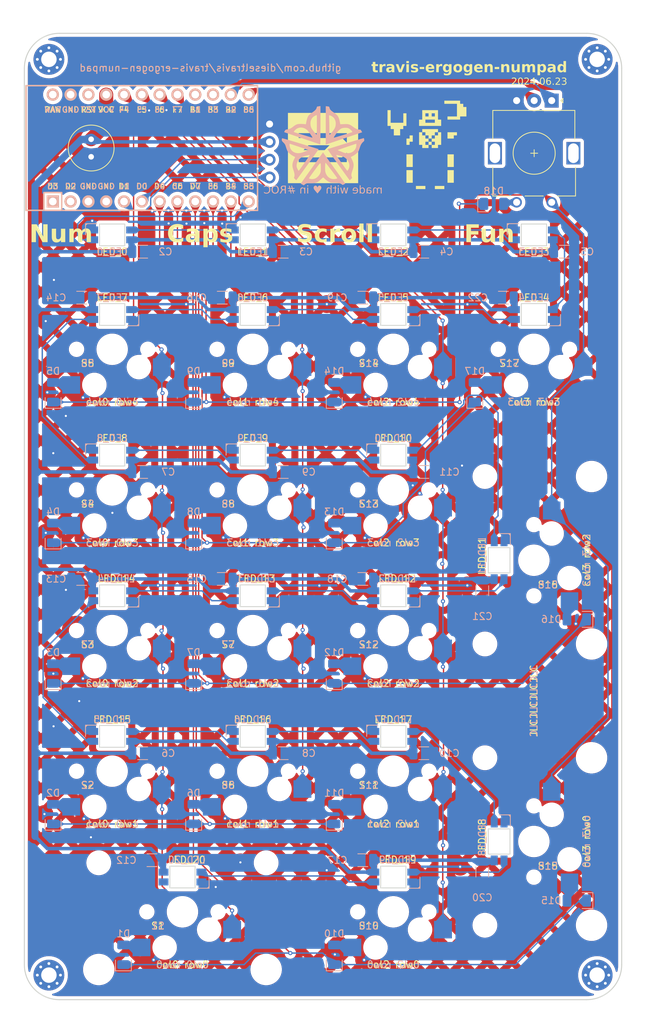
<source format=kicad_pcb>
(kicad_pcb (version 20240108) (generator "pcbnew") (generator_version "8.0")
  (title_block (title "travis_num2024") (date "2024-06-24") (rev "2024.06.23") (company "Travis Hardiman"))
  (layers (0 "F.Cu" signal) (31 "B.Cu" signal) (34 "B.Paste" user) (35 "F.Paste" user) (36 "B.SilkS" user "B.Silkscreen") (37 "F.SilkS" user "F.Silkscreen") (38 "B.Mask" user) (39 "F.Mask" user) (44 "Edge.Cuts" user))
  (net 0 "")
  (net 1 "D3")
  (net 2 "D2")
  (net 3 "GND")
  (net 4 "sda")
  (net 5 "scl")
  (net 6 "row0")
  (net 7 "row1")
  (net 8 "row2")
  (net 9 "row3")
  (net 10 "row4")
  (net 11 "LED_0")
  (net 12 "encC")
  (net 13 "encA")
  (net 14 "B3")
  (net 15 "B1")
  (net 16 "col3")
  (net 17 "col2")
  (net 18 "col1")
  (net 19 "col0")
  (net 20 "VCC")
  (net 21 "RST")
  (net 22 "RAW")
  (net 23 "LED_1")
  (net 24 "LED_2")
  (net 25 "LED_3")
  (net 26 "LED_4")
  (net 27 "matrix_col0_row0")
  (net 28 "matrix_col0_row1")
  (net 29 "matrix_col0_row2")
  (net 30 "matrix_col0_row3")
  (net 31 "matrix_col0_row4")
  (net 32 "matrix_col1_row1")
  (net 33 "matrix_col1_row2")
  (net 34 "matrix_col1_row3")
  (net 35 "matrix_col1_row4")
  (net 36 "matrix_col2_row0")
  (net 37 "matrix_col2_row1")
  (net 38 "matrix_col2_row2")
  (net 39 "matrix_col2_row3")
  (net 40 "matrix_col2_row4")
  (net 41 "matrix_col3_row0")
  (net 42 "matrix_col3_row2")
  (net 43 "matrix_col3_row4")
  (net 44 "LED_16")
  (net 45 "LED_15")
  (net 46 "LED_9")
  (net 47 "LED_8")
  (net 48 "LED_17")
  (net 49 "LED_10")
  (net 50 "LED_18")
  (net 51 "LED_11")
  (net 52 "LED_20")
  (net 53 "LED_14")
  (net 54 "LED_7")
  (net 55 "LED_13")
  (net 56 "LED_6")
  (net 57 "LED_19")
  (net 58 "LED_12")
  (net 59 "LED_5")
  (net 60 "enc_to")
  (footprint "ScottoKeebs_Stabilizer:Stabilizer_MX_2.00u" (layer "F.Cu") (at 50.025 200)
    (property "Reference" "STAB2u1" (hide yes))
    (property "Value" "Stabilizer_MX_2.00u" (hide yes))
  )
  (footprint "travis:MX" (layer "F.Cu") (at 40 119.8 180)
    (property "Reference" "S5")
    (property "Value" "Kailh MX Switch Sockets" (hide yes))
  )
  (footprint "travis:MX" (layer "F.Cu") (at 80.1 119.8 180)
    (property "Reference" "S14")
    (property "Value" "Kailh MX Switch Sockets" (hide yes))
  )
  (footprint "travis:MX" (layer "F.Cu") (at 40 179.95 180)
    (property "Reference" "S2")
    (property "Value" "Kailh MX Switch Sockets" (hide yes))
  )
  (footprint "travis:MX" (layer "F.Cu") (at 100.15 119.8 180)
    (property "Reference" "S17")
    (property "Value" "Kailh MX Switch Sockets" (hide yes))
  )
  (footprint "travis:MountingHole_2.2mm_M2_Pad_Via" (layer "F.Cu") (at 109.175 78.4625)
    (property "Reference" "HOLE2" (hide yes))
    (property "Value" "")
  )
  (footprint "Capacitor_THT:C_Radial_D6.3mm_H11.0mm_P2.50mm" (layer "F.Cu") (at 37 89.855 -90)
    (property "Reference" "C1" (hide yes))
    (property "Value" "6.3V 1000uF" (hide yes))
  )
  (footprint "travis:MX" (layer "F.Cu") (at 40 159.9 180)
    (property "Reference" "S3")
    (property "Value" "Kailh MX Switch Sockets" (hide yes))
  )
  (footprint "travis:MX" (layer "F.Cu") (at 60.05 139.85 180)
    (property "Reference" "S8")
    (property "Value" "Kailh MX Switch Sockets" (hide yes))
  )
  (footprint "travis:MX" (layer "F.Cu") (at 100.15 189.975 -90)
    (property "Reference" "S15")
    (property "Value" "Kailh MX Switch Sockets" (hide yes))
  )
  (footprint "Arduino_Pro_Micro" (layer "F.Cu") (at 45.5 91.105 90)
    (property "Reference" "MCU1" (hide yes))
    (property "Value" "Arduino Pro Micro" (hide yes))
  )
  (footprint "travis:ec11" (layer "F.Cu") (at 100.15 91.9625 -90)
    (property "Reference" "ROT1" (hide yes))
    (property "Value" "EC11" (hide yes))
  )
  (footprint "travis:MX" (layer "F.Cu") (at 60.05 179.95 180)
    (property "Reference" "S6")
    (property "Value" "Kailh MX Switch Sockets" (hide yes))
  )
  (footprint "travis:travis" (layer "F.Cu") (at 85.125 91.105)
    (property "Reference" "LOGO2" (hide yes))
    (property "Value" "")
  )
  (footprint "travis:MX" (layer "F.Cu") (at 80.1 179.95 180)
    (property "Reference" "S11")
    (property "Value" "Kailh MX Switch Sockets" (hide yes))
  )
  (footprint "ScottoKeebs_Stabilizer:Stabilizer_MX_2.00u" (layer "F.Cu") (at 100.15 149.875 90)
    (property "Reference" "STAB2u3" (hide yes))
    (property "Value" "Stabilizer_MX_2.00u" (hide yes))
  )
  (footprint "travis:MountingHole_2.2mm_M2_Pad_Via" (layer "F.Cu") (at 30.975 78.4625)
    (property "Reference" "HOLE1" (hide yes))
    (property "Value" "")
  )
  (footprint "travis:MountingHole_2.2mm_M2_Pad_Via" (layer "F.Cu") (at 109.175 209.025)
    (property "Reference" "HOLE3" (hide yes))
    (property "Value" "")
  )
  (footprint "travis:MX" (layer "F.Cu") (at 80.1 159.9 180)
    (property "Reference" "S12")
    (property "Value" "Kailh MX Switch Sockets" (hide yes))
  )
  (footprint "travis:MX" (layer "F.Cu") (at 50.025 200 180)
    (property "Reference" "S1")
    (property "Value" "Kailh MX Switch Sockets" (hide yes))
  )
  (footprint "travis:MX" (layer "F.Cu") (at 60.05 119.8 180)
    (property "Reference" "S9")
    (property "Value" "Kailh MX Switch Sockets" (hide yes))
  )
  (footprint "travis:MX" (layer "F.Cu") (at 80.1 200 180)
    (property "Reference" "S10")
    (property "Value" "Kailh MX Switch Sockets" (hide yes))
  )
  (footprint "travis:MX" (layer "F.Cu") (at 60.05 159.9 180)
    (property "Reference" "S7")
    (property "Value" "Kailh MX Switch Sockets" (hide yes))
  )
  (footprint "travis:MX" (layer "F.Cu") (at 80.1 139.85 180)
    (property "Reference" "S13")
    (property "Value" "Kailh MX Switch Sockets" (hide yes))
  )
  (footprint "ceoloide:utility_ergogen_logo" (layer "F.Cu") (at 70.075 91.105)
    (property "Reference" "LOGO1" (hide yes))
    (property "Value" "")
  )
  (footprint "travis:MountingHole_2.2mm_M2_Pad_Via" (layer "F.Cu") (at 30.975 209.025)
    (property "Reference" "HOLE4" (hide yes))
    (property "Value" "")
  )
  (footprint "ScottoKeebs_Stabilizer:Stabilizer_MX_2.00u" (layer "F.Cu") (at 100.15 189.975 90)
    (property "Reference" "STAB2u2" (hide yes))
    (property "Value" "Stabilizer_MX_2.00u" (hide yes))
  )
  (footprint "lib:OLED_headers" (layer "F.Cu") (at 64.05 97.4875 180)
    (property "Reference" "OLED1" (hide yes))
    (property "Value" "OLED")
  )
  (footprint "travis:MX" (layer "F.Cu") (at 100.15 149.875 -90)
    (property "Reference" "S16")
    (property "Value" "Kailh MX Switch Sockets" (hide yes))
  )
  (footprint "travis:MX" (layer "F.Cu") (at 40 139.85 180)
    (property "Reference" "S4")
    (property "Value" "Kailh MX Switch Sockets" (hide yes))
  )
  (footprint "travis:led_SK6812mini-e (per-key, single-side)" (layer "B.Cu") (at 40 103.4875)
    (property "Reference" "LED1" (hide yes))
    (property "Value" "SK6812mini-e" (hide yes))
    (fp_line (start -1.8 -1.55) (end -1.8 1.55) (stroke (width 0.12)) (layer "Edge.Cuts"))
    (fp_line (start -1.8 1.55) (end 1.8 1.55) (stroke (width 0.12)) (layer "Edge.Cuts"))
    (fp_line (start 1.8 -1.55) (end -1.8 -1.55) (stroke (width 0.12)) (layer "Edge.Cuts"))
    (fp_line (start 1.8 1.55) (end 1.8 -1.55) (stroke (width 0.12)) (layer "Edge.Cuts"))
  )
  (footprint "C_1206_3216Metric" (layer "B.Cu") (at 35.65 112.44 180)
    (property "Reference" "C14")
    (property "Value" "C_1206_3216Metric" (hide yes))
  )
  (footprint "C_1206_3216Metric" (layer "B.Cu") (at 44.35 105.8875)
    (property "Reference" "C2")
    (property "Value" "C_1206_3216Metric" (hide yes))
  )
  (footprint "travis:led_SK6812mini-e (per-key, single-side)" (layer "B.Cu") (at 80.1 154.94 180)
    (property "Reference" "LED17" (hide yes))
    (property "Value" "SK6812mini-e" (hide yes))
    (fp_line (start 1.8 1.55) (end 1.8 -1.55) (stroke (width 0.12)) (layer "Edge.Cuts"))
    (fp_line (start 1.8 -1.55) (end -1.8 -1.55) (stroke (width 0.12)) (layer "Edge.Cuts"))
    (fp_line (start -1.8 1.55) (end 1.8 1.55) (stroke (width 0.12)) (layer "Edge.Cuts"))
    (fp_line (start -1.8 -1.55) (end -1.8 1.55) (stroke (width 0.12)) (layer "Edge.Cuts"))
  )
  (footprint "travis:led_SK6812mini-e (per-key, single-side)" (layer "B.Cu") (at 80.1 114.84 180)
    (property "Reference" "LED18" (hide yes))
    (property "Value" "SK6812mini-e" (hide yes))
    (fp_line (start 1.8 1.55) (end 1.8 -1.55) (stroke (width 0.12)) (layer "Edge.Cuts"))
    (fp_line (start 1.8 -1.55) (end -1.8 -1.55) (stroke (width 0.12)) (layer "Edge.Cuts"))
    (fp_line (start -1.8 1.55) (end 1.8 1.55) (stroke (width 0.12)) (layer "Edge.Cuts"))
    (fp_line (start -1.8 -1.55) (end -1.8 1.55) (stroke (width 0.12)) (layer "Edge.Cuts"))
  )
  (footprint "C_1206_3216Metric" (layer "B.Cu") (at 92.79 154.225 -90)
    (property "Reference" "C21")
    (property "Value" "C_1206_3216Metric" (hide yes))
  )
  (footprint "D_1206_3216Metric" (layer "B.Cu") (at 31.575 166.025 90)
    (property "Reference" "D3")
    (property "Value" "D_1206_3216Metric" (hide yes))
  )
  (footprint "travis:led_SK6812mini-e (per-key, single-side)" (layer "B.Cu") (at 80.1 174.99)
    (property "Reference" "LED9" (hide yes))
    (property "Value" "SK6812mini-e" (hide yes))
    (fp_line (start -1.8 -1.55) (end -1.8 1.55) (stroke (width 0.12)) (layer "Edge.Cuts"))
    (fp_line (start -1.8 1.55) (end 1.8 1.55) (stroke (width 0.12)) (layer "Edge.Cuts"))
    (fp_line (start 1.8 -1.55) (end -1.8 -1.55) (stroke (width 0.12)) (layer "Edge.Cuts"))
    (fp_line (start 1.8 1.55) (end 1.8 -1.55) (stroke (width 0.12)) (layer "Edge.Cuts"))
  )
  (footprint "travis:led_SK6812mini-e (per-key, single-side)" (layer "B.Cu") (at 100.15 103.4875)
    (property "Reference" "LED4" (hide yes))
    (property "Value" "SK6812mini-e" (hide yes))
    (fp_line (start -1.8 -1.55) (end -1.8 1.55) (stroke (width 0.12)) (layer "Edge.Cuts"))
    (fp_line (start -1.8 1.55) (end 1.8 1.55) (stroke (width 0.12)) (layer "Edge.Cuts"))
    (fp_line (start 1.8 -1.55) (end -1.8 -1.55) (stroke (width 0.12)) (layer "Edge.Cuts"))
    (fp_line (start 1.8 1.55) (end 1.8 -1.55) (stroke (width 0.12)) (layer "Edge.Cuts"))
  )
  (footprint "D_1206_3216Metric" (layer "B.Cu") (at 94.425 99.0625)
    (property "Reference" "D18")
    (property "Value" "D_1206_3216Metric" (hide yes))
  )
  (footprint "D_1206_3216Metric" (layer "B.Cu") (at 71.675 125.925 90)
    (property "Reference" "D14")
    (property "Value" "D_1206_3216Metric" (hide yes))
  )
  (footprint "D_1206_3216Metric" (layer "B.Cu") (at 51.625 186.075 90)
    (property "Reference" "D6")
    (property "Value" "D_1206_3216Metric" (hide yes))
  )
  (footprint "D_1206_3216Metric" (layer "B.Cu") (at 91.725 125.925 90)
    (property "Reference" "D17")
    (property "Value" "D_1206_3216Metric" (hide yes))
  )
  (footprint "travis:led_SK6812mini-e (per-key, single-side)" (layer "B.Cu") (at 40 174.99)
    (property "Reference" "LED5" (hide yes))
    (property "Value" "SK6812mini-e" (hide yes))
    (fp_line (start -1.8 -1.55) (end -1.8 1.55) (stroke (width 0.12)) (layer "Edge.Cuts"))
    (fp_line (start -1.8 1.55) (end 1.8 1.55) (stroke (width 0.12)) (layer "Edge.Cuts"))
    (fp_line (start 1.8 -1.55) (end -1.8 -1.55) (stroke (width 0.12)) (layer "Edge.Cuts"))
    (fp_line (start 1.8 1.55) (end 1.8 -1.55) (stroke (width 0.12)) (layer "Edge.Cuts"))
  )
  (footprint "C_1206_3216Metric" (layer "B.Cu") (at 35.65 152.54 180)
    (property "Reference" "C13")
    (property "Value" "C_1206_3216Metric" (hide yes))
  )
  (footprint "travis:led_SK6812mini-e (per-key, single-side)" (layer "B.Cu") (at 80.1 103.4875)
    (property "Reference" "LED3" (hide yes))
    (property "Value" "SK6812mini-e" (hide yes))
    (fp_line (start -1.8 -1.55) (end -1.8 1.55) (stroke (width 0.12)) (layer "Edge.Cuts"))
    (fp_line (start -1.8 1.55) (end 1.8 1.55) (stroke (width 0.12)) (layer "Edge.Cuts"))
    (fp_line (start 1.8 -1.55) (end -1.8 -1.55) (stroke (width 0.12)) (layer "Edge.Cuts"))
    (fp_line (start 1.8 1.55) (end 1.8 -1.55) (stroke (width 0.12)) (layer "Edge.Cuts"))
  )
  (footprint "travis:led_SK6812mini-e (per-key, single-side)" (layer "B.Cu") (at 60.05 103.4875)
    (property "Reference" "LED2" (hide yes))
    (property "Value" "SK6812mini-e" (hide yes))
    (fp_line (start -1.8 -1.55) (end -1.8 1.55) (stroke (width 0.12)) (layer "Edge.Cuts"))
    (fp_line (start -1.8 1.55) (end 1.8 1.55) (stroke (width 0.12)) (layer "Edge.Cuts"))
    (fp_line (start 1.8 -1.55) (end -1.8 -1.55) (stroke (width 0.12)) (layer "Edge.Cuts"))
    (fp_line (start 1.8 1.55) (end 1.8 -1.55) (stroke (width 0.12)) (layer "Edge.Cuts"))
  )
  (footprint "travis:led_SK6812mini-e (per-key, single-side)" (layer "B.Cu") (at 40 114.84 180)
    (property "Reference" "LED13" (hide yes))
    (property "Value" "SK6812mini-e" (hide yes))
    (fp_line (start 1.8 1.55) (end 1.8 -1.55) (stroke (width 0.12)) (layer "Edge.Cuts"))
    (fp_line (start 1.8 -1.55) (end -1.8 -1.55) (stroke (width 0.12)) (layer "Edge.Cuts"))
    (fp_line (start -1.8 1.55) (end 1.8 1.55) (stroke (width 0.12)) (layer "Edge.Cuts"))
    (fp_line (start -1.8 -1.55) (end -1.8 1.55) (stroke (width 0.12)) (layer "Edge.Cuts"))
  )
  (footprint "C_1206_3216Metric" (layer "B.Cu") (at 104.5 105.8875)
    (property "Reference" "C5")
    (property "Value" "C_1206_3216Metric" (hide yes))
  )
  (footprint "travis:travis" (layer "B.Cu") (at 70.075 91.105)
    (property "Reference" "ROC1" (hide yes))
    (property "Value" "")
  )
  (footprint "C_1206_3216Metric" (layer "B.Cu") (at 75.75 192.64 180)
    (property "Reference" "C17")
    (property "Value" "C_1206_3216Metric" (hide yes))
  )
  (footprint "C_1206_3216Metric" (layer "B.Cu") (at 64.4 105.8875)
    (property "Reference" "C3")
    (property "Value" "C_1206_3216Metric" (hide yes))
  )
  (footprint "C_1206_3216Metric" (layer "B.Cu") (at 92.79 194.325 -90)
    (property "Reference" "C20")
    (property "Value" "C_1206_3216Metric" (hide yes))
  )
  (footprint "travis:led_SK6812mini-e (per-key, single-side)" (layer "B.Cu") (at 80.1 195.04 180)
    (property "Reference" "LED16" (hide yes))
    (property "Value" "SK6812mini-e" (hide yes))
    (fp_line (start 1.8 1.55) (end 1.8 -1.55) (stroke (width 0.12)) (layer "Edge.Cuts"))
    (fp_line (start 1.8 -1.55) (end -1.8 -1.55) (stroke (width 0.12)) (layer "Edge.Cuts"))
    (fp_line (start -1.8 1.55) (end 1.8 1.55) (stroke (width 0.12)) (layer "Edge.Cuts"))
    (fp_line (start -1.8 -1.55) (end -1.8 1.55) (stroke (width 0.12)) (layer "Edge.Cuts"))
  )
  (footprint "D_1206_3216Metric" (layer "B.Cu") (at 51.625 145.975 90)
    (property "Reference" "D8")
    (property "Value" "D_1206_3216Metric" (hide yes))
  )
  (footprint "C_1206_3216Metric" (layer "B.Cu") (at 64.4 137.29)
    (property "Reference" "C9")
    (property "Value" "C_1206_3216Metric" (hide yes))
  )
  (footprint "C_1206_3216Metric" (layer "B.Cu") (at 55.7 152.54 180)
    (property "Reference" "C15")
    (property "Value" "C_1206_3216Metric" (hide yes))
  )
  (footprint "travis:led_SK6812mini-e (per-key, single-side)" (layer "B.Cu") (at 95.19 189.975 -90)
    (property "Reference" "LED19" (hide yes))
    (property "Value" "SK6812mini-e" (hide yes))
    (fp_line (start -1.8 1.55) (end 1.8 1.55) (stroke (width 0.12)) (layer "Edge.Cuts"))
    (fp_line (start 1.8 1.55) (end 1.8 -1.55) (stroke (width 0.12)) (layer "Edge.Cuts"))
    (fp_line (start -1.8 -1.55) (end -1.8 1.55) (stroke (width 0.12)) (layer "Edge.Cuts"))
    (fp_line (start 1.8 -1.55) (end -1.8 -1.55) (stroke (width 0.12)) (layer "Edge.Cuts"))
  )
  (footprint "D_1206_3216Metric" (layer "B.Cu") (at 41.6 206.125 90)
    (property "Reference" "D1")
    (property "Value" "D_1206_3216Metric" (hide yes))
  )
  (footprint "C_1206_3216Metric" (layer "B.Cu") (at 84.45 137.29)
    (property "Reference" "C11")
    (property "Value" "C_1206_3216Metric" (hide yes))
  )
  (footprint "C_1206_3216Metric" (layer "B.Cu") (at 64.4 177.39)
    (property "Reference" "C8")
    (property "Value" "C_1206_3216Metric" (hide yes))
  )
  (footprint "travis:led_SK6812mini-e (per-key, single-side)" (layer "B.Cu") (at 40 134.89)
    (property "Reference" "LED6" (hide yes))
    (property "Value" "SK6812mini-e" (hide yes))
    (fp_line (start -1.8 -1.55) (end -1.8 1.55) (stroke (width 0.12)) (layer "Edge.Cuts"))
    (fp_line (start -1.8 1.55) (end 1.8 1.55) (stroke (width 0.12)) (layer "Edge.Cuts"))
    (fp_line (start 1.8 -1.55) (end -1.8 -1.55) (stroke (width 0.12)) (layer "Edge.Cuts"))
    (fp_line (start 1.8 1.55) (end 1.8 -1.55) (stroke (width 0.12)) (layer "Edge.Cuts"))
  )
  (footprint "D_1206_3216Metric" (layer "B.Cu") (at 106.275 158.3 180)
    (property "Reference" "D16")
    (property "Value" "D_1206_3216Metric" (hide yes))
  )
  (footprint "D_1206_3216Metric" (layer "B.Cu") (at 71.675 166.025 90)
    (property "Reference" "D12")
    (property "Value" "D_1206_3216Metric" (hide yes))
  )
  (footprint "C_1206_3216Metric" (layer "B.Cu") (at 44.35 137.29)
    (property "Reference" "C7")
    (property "Value" "C_1206_3216Metric" (hide yes))
  )
  (footprint "D_1206_3216Metric" (layer "B.Cu") (at 31.575 186.075 90)
    (property "Reference" "D2")
    (property "Value" "D_1206_3216Metric" (hide yes))
  )
  (footprint "D_1206_3216Metric" (layer "B.Cu") (at 71.675 145.975 90)
    (property "Reference" "D13")
    (property "Value" "D_1206_3216Metric" (hide yes))
  )
  (footprint "D_1206_3216Metric" (layer "B.Cu") (at 31.575 145.975 90)
    (property "Reference" "D4")
    (property "Value" "D_1206_3216Metric" (hide yes))
  )
  (footprint "travis:led_SK6812mini-e (per-key, single-side)" (layer "B.Cu") (at 60.05 154.94 180)
    (property "Reference" "LED14" (hide yes))
    (property "Value" "SK6812mini-e" (hide yes))
    (fp_line (start 1.8 1.55) (end 1.8 -1.55) (stroke (width 0.12)) (layer "Edge.Cuts"))
    (fp_line (start 1.8 -1.55) (end -1.8 -1.55) (stroke (width 0.12)) (layer "Edge.Cuts"))
    (fp_line (start -1.8 1.55) (end 1.8 1.55) (stroke (width 0.12)) (layer "Edge.Cuts"))
    (fp_line (start -1.8 -1.55) (end -1.8 1.55) (stroke (width 0.12)) (layer "Edge.Cuts"))
  )
  (footprint "travis:led_SK6812mini-e (per-key, single-side)" (layer "B.Cu") (at 100.15 114.84 180)
    (property "Reference" "LED21" (hide yes))
    (property "Value" "SK6812mini-e" (hide yes))
    (fp_line (start 1.8 1.55) (end 1.8 -1.55) (stroke (width 0.12)) (layer "Edge.Cuts"))
    (fp_line (start 1.8 -1.55) (end -1.8 -1.55) (stroke (width 0.12)) (layer "Edge.Cuts"))
    (fp_line (start -1.8 1.55) (end 1.8 1.55) (stroke (width 0.12)) (layer "Edge.Cuts"))
    (fp_line (start -1.8 -1.55) (end -1.8 1.55) (stroke (width 0.12)) (layer "Edge.Cuts"))
  )
  (footprint "C_1206_3216Metric" (layer "B.Cu") (at 55.7 112.44 180)
    (property "Reference" "C16")
    (property "Value" "C_1206_3216Metric" (hide yes))
  )
  (footprint "C_1206_3216Metric" (layer "B.Cu") (at 84.45 177.39)
    (property "Reference" "C10")
    (property "Value" "C_1206_3216Metric" (hide yes))
  )
  (footprint "C_1206_3216Metric" (layer "B.Cu") (at 75.75 152.54 180)
    (property "Reference" "C18")
    (property "Value" "C_1206_3216Metric" (hide yes))
  )
  (footprint "travis:led_SK6812mini-e (per-key, single-side)" (layer "B.Cu") (at 60.05 114.84 180)
    (property "Reference" "LED15" (hide yes))
    (property "Value" "SK6812mini-e" (hide yes))
    (fp_line (start 1.8 1.55) (end 1.8 -1.55) (stroke (width 0.12)) (layer "Edge.Cuts"))
    (fp_line (start 1.8 -1.55) (end -1.8 -1.55) (stroke (width 0.12)) (layer "Edge.Cuts"))
    (fp_line (start -1.8 1.55) (end 1.8 1.55) (stroke (width 0.12)) (layer "Edge.Cuts"))
    (fp_line (start -1.8 -1.55) (end -1.8 1.55) (stroke (width 0.12)) (layer "Edge.Cuts"))
  )
  (footprint "D_1206_3216Metric" (layer "B.Cu") (at 71.675 206.125 90)
    (property "Reference" "D10")
    (property "Value" "D_1206_3216Metric" (hide yes))
  )
  (footprint "C_1206_3216Metric" (layer "B.Cu") (at 84.45 105.8875)
    (property "Reference" "C4")
    (property "Value" "C_1206_3216Metric" (hide yes))
  )
  (footprint "travis:led_SK6812mini-e (per-key, single-side)" (layer "B.Cu") (at 60.05 174.99)
    (property "Reference" "LED7" (hide yes))
    (property "Value" "SK6812mini-e" (hide yes))
    (fp_line (start -1.8 -1.55) (end -1.8 1.55) (stroke (width 0.12)) (layer "Edge.Cuts"))
    (fp_line (start -1.8 1.55) (end 1.8 1.55) (stroke (width 0.12)) (layer "Edge.Cuts"))
    (fp_line (start 1.8 -1.55) (end -1.8 -1.55) (stroke (width 0.12)) (layer "Edge.Cuts"))
    (fp_line (start 1.8 1.55) (end 1.8 -1.55) (stroke (width 0.12)) (layer "Edge.Cuts"))
  )
  (footprint "C_1206_3216Metric" (layer "B.Cu") (at 75.75 112.44 180)
    (property "Reference" "C19")
    (property "Value" "C_1206_3216Metric" (hide yes))
  )
  (footprint "travis:led_SK6812mini-e (per-key, single-side)" (layer "B.Cu") (at 60.05 134.89)
    (property "Reference" "LED8" (hide yes))
    (property "Value" "SK6812mini-e" (hide yes))
    (fp_line (start -1.8 -1.55) (end -1.8 1.55) (stroke (width 0.12)) (layer "Edge.Cuts"))
    (fp_line (start -1.8 1.55) (end 1.8 1.55) (stroke (width 0.12)) (layer "Edge.Cuts"))
    (fp_line (start 1.8 -1.55) (end -1.8 -1.55) (stroke (width 0.12)) (layer "Edge.Cuts"))
    (fp_line (start 1.8 1.55) (end 1.8 -1.55) (stroke (width 0.12)) (layer "Edge.Cuts"))
  )
  (footprint "C_1206_3216Metric" (layer "B.Cu") (at 95.8 112.44 180)
    (property "Reference" "C22")
    (property "Value" "C_1206_3216Metric" (hide yes))
  )
  (footprint "C_1206_3216Metric" (layer "B.Cu") (at 45.675 192.64 180)
    (property "Reference" "C12")
    (property "Value" "C_1206_3216Metric" (hide yes))
  )
  (footprint "travis:led_SK6812mini-e (per-key, single-side)" (layer "B.Cu") (at 50.025 195.04 180)
    (property "Reference" "LED11" (hide yes))
    (property "Value" "SK6812mini-e" (hide yes))
    (fp_line (start 1.8 1.55) (end 1.8 -1.55) (stroke (width 0.12)) (layer "Edge.Cuts"))
    (fp_line (start 1.8 -1.55) (end -1.8 -1.55) (stroke (width 0.12)) (layer "Edge.Cuts"))
    (fp_line (start -1.8 1.55) (end 1.8 1.55) (stroke (width 0.12)) (layer "Edge.Cuts"))
    (fp_line (start -1.8 -1.55) (end -1.8 1.55) (stroke (width 0.12)) (layer "Edge.Cuts"))
  )
  (footprint "D_1206_3216Metric" (layer "B.Cu") (at 51.625 125.925 90)
    (property "Reference" "D9")
    (property "Value" "D_1206_3216Metric" (hide yes))
  )
  (footprint "D_1206_3216Metric" (layer "B.Cu") (at 106.275 198.4 180)
    (property "Reference" "D15")
    (property "Value" "D_1206_3216Metric" (hide yes))
  )
  (footprint "C_1206_3216Metric" (layer "B.Cu") (at 44.35 177.39)
    (property "Reference" "C6")
    (property "Value" "C_1206_3216Metric" (hide yes))
  )
  (footprint "travis:led_SK6812mini-e (per-key, single-side)" (layer "B.Cu") (at 80.1 134.89)
    (property "Reference" "LED10" (hide yes))
    (property "Value" "SK6812mini-e" (hide yes))
    (fp_line (start -1.8 -1.55) (end -1.8 1.55) (stroke (width 0.12)) (layer "Edge.Cuts"))
    (fp_line (start -1.8 1.55) (end 1.8 1.55) (stroke (width 0.12)) (layer "Edge.Cuts"))
    (fp_line (start 1.8 -1.55) (end -1.8 -1.55) (stroke (width 0.12)) (layer "Edge.Cuts"))
    (fp_line (start 1.8 1.55) (end 1.8 -1.55) (stroke (width 0.12)) (layer "Edge.Cuts"))
  )
  (footprint "D_1206_3216Metric" (layer "B.Cu") (at 31.575 125.925 90)
    (property "Reference" "D5")
    (property "Value" "D_1206_3216Metric" (hide yes))
  )
  (footprint "travis:led_SK6812mini-e (per-key, single-side)" (layer "B.Cu") (at 40 154.94 180)
    (property "Reference" "LED12" (hide yes))
    (property "Value" "SK6812mini-e" (hide yes))
    (fp_line (start 1.8 1.55) (end 1.8 -1.55) (stroke (width 0.12)) (layer "Edge.Cuts"))
    (fp_line (start 1.8 -1.55) (end -1.8 -1.55) (stroke (width 0.12)) (layer "Edge.Cuts"))
    (fp_line (start -1.8 1.55) (end 1.8 1.55) (stroke (width 0.12)) (layer "Edge.Cuts"))
    (fp_line (start -1.8 -1.55) (end -1.8 1.55) (stroke (width 0.12)) (layer "Edge.Cuts"))
  )
  (footprint "travis:led_SK6812mini-e (per-key, single-side)" (layer "B.Cu") (at 95.19 149.875 -90)
    (property "Reference" "LED20" (hide yes))
    (property "Value" "SK6812mini-e" (hide yes))
    (fp_line (start -1.8 1.55) (end 1.8 1.55) (stroke (width 0.12)) (layer "Edge.Cuts"))
    (fp_line (start 1.8 1.55) (end 1.8 -1.55) (stroke (width 0.12)) (layer "Edge.Cuts"))
    (fp_line (start -1.8 -1.55) (end -1.8 1.55) (stroke (width 0.12)) (layer "Edge.Cuts"))
    (fp_line (start 1.8 -1.55) (end -1.8 -1.55) (stroke (width 0.12)) (layer "Edge.Cuts"))
  )
  (footprint "D_1206_3216Metric" (layer "B.Cu") (at 71.675 186.075 90)
    (property "Reference" "D11")
    (property "Value" "D_1206_3216Metric" (hide yes))
  )
  (footprint "D_1206_3216Metric" (layer "B.Cu") (at 51.625 166.025 90)
    (property "Reference" "D7")
    (property "Value" "D_1206_3216Metric" (hide yes))
  )
  (gr_line (start 32.475 74.75) (end 107.675 74.75) (stroke (width 0.15)) (layer "Edge.Cuts"))
  (gr_line (start 112.675 79.75) (end 112.675 207.525) (stroke (width 0.15)) (layer "Edge.Cuts"))
  (gr_line (start 107.675 212.525) (end 32.475 212.525) (stroke (width 0.15)) (layer "Edge.Cuts"))
  (gr_line (start 27.475 207.525) (end 27.475 79.75) (stroke (width 0.15)) (layer "Edge.Cuts"))
  (gr_arc (start 32.475 212.525) (mid 28.939466 211.060534) (end 27.475 207.525) (stroke (width 0.15)) (layer "Edge.Cuts"))
  (gr_arc (start 27.475 79.75) (mid 28.939466 76.214466) (end 32.475 74.75) (stroke (width 0.15)) (layer "Edge.Cuts"))
  (gr_arc (start 107.675 74.75) (mid 111.210534 76.214466) (end 112.675 79.75) (stroke (width 0.15)) (layer "Edge.Cuts"))
  (gr_arc (start 112.675 207.525) (mid 111.210534 211.060534) (end 107.675 212.525) (stroke (width 0.15)) (layer "Edge.Cuts"))
  (gr_text "LED_19" (at 80.72 192.6 0) (layer "B.SilkS") (effects (font (size 1 1)) (justify mirror)))
  (gr_text "col0 row2" (at 40 167.425 0) (layer "B.SilkS") (effects (font (size 1 1)) (justify mirror)))
  (gr_text "S15" (at 102.15 193.475 0) (layer "B.SilkS") (effects (font (size 1 1)) (justify mirror)))
  (gr_text "S5" (at 36.5 121.8 0) (layer "B.SilkS") (effects (font (size 1 1)) (justify mirror)))
  (gr_text "made with ♥ in #ROC" (at 70.075 97.13 0) (layer "B.SilkS") (effects (font (size 1.1 1.1)) (justify mirror)))
  (gr_text "LED_3" (at 100.15 105.8875 0) (layer "B.SilkS") (effects (font (size 1 1)) (justify mirror)))
  (gr_text "S1" (at 46.525 202 0) (layer "B.SilkS") (effects (font (size 1 1)) (justify mirror)))
  (gr_text "S6" (at 56.55 181.95 0) (layer "B.SilkS") (effects (font (size 1 1)) (justify mirror)))
  (gr_text "LED_6" (at 60.05 112.44 0) (layer "B.SilkS") (effects (font (size 1 1)) (justify mirror)))
  (gr_text "col2 row4" (at 80.1 127.325 0) (layer "B.SilkS") (effects (font (size 1 1)) (justify mirror)))
  (gr_text "col0 row0" (at 50.025 207.525 0) (layer "B.SilkS") (effects (font (size 1 1)) (justify mirror)))
  (gr_text "col3 row0" (at 107.675 189.975 90) (layer "B.SilkS") (effects (font (size 1 1)) (justify mirror)))
  (gr_text "S2" (at 36.5 181.95 0) (layer "B.SilkS") (effects (font (size 1 1)) (justify mirror)))
  (gr_text "col1 row1" (at 60.05 187.475 0) (layer "B.SilkS") (effects (font (size 1 1)) (justify mirror)))
  (gr_text "col3 row3" (at 100.15 127.325 0) (layer "B.SilkS") (effects (font (size 1 1)) (justify mirror)))
  (gr_text "LED_4" (at 100.15 112.44 0) (layer "B.SilkS") (effects (font (size 1 1)) (justify mirror)))
  (gr_text "LED_1" (at 60.05 105.8875 0) (layer "B.SilkS") (effects (font (size 1 1)) (justify mirror)))
  (gr_text "S14" (at 76.6 121.8 0) (layer "B.SilkS") (effects (font (size 1 1)) (justify mirror)))
  (gr_text "LED_0" (at 40 105.8875 0) (layer "B.SilkS") (effects (font (size 1 1)) (justify mirror)))
  (gr_text "col1 row3" (at 60.05 147.375 0) (layer "B.SilkS") (effects (font (size 1 1)) (justify mirror)))
  (gr_text "col3 row2" (at 107.675 149.875 90) (layer "B.SilkS") (effects (font (size 1 1)) (justify mirror)))
  (gr_text "LED_10" (at 80.1 132.49 0) (layer "B.SilkS") (effects (font (size 1 1)) (justify mirror)))
  (gr_text "S17" (at 96.65 121.8 0) (layer "B.SilkS") (effects (font (size 1 1)) (justify mirror)))
  (gr_text "col0 row4" (at 40 127.325 0) (layer "B.SilkS") (effects (font (size 1 1)) (justify mirror)))
  (gr_text "LED_18" (at 92.78 189.39 90) (layer "B.SilkS") (effects (font (size 1 1)) (justify mirror)))
  (gr_text "LED_16" (at 60.05 172.59 0) (layer "B.SilkS") (effects (font (size 1 1)) (justify mirror)))
  (gr_text "LED_7" (at 40 112.44 0) (layer "B.SilkS") (effects (font (size 1 1)) (justify mirror)))
  (gr_text "S3" (at 36.5 161.9 0) (layer "B.SilkS") (effects (font (size 1 1)) (justify mirror)))
  (gr_text "col2 row0" (at 80.1 207.525 0) (layer "B.SilkS") (effects (font (size 1 1)) (justify mirror)))
  (gr_text "LED_17" (at 80.1 172.59 0) (layer "B.SilkS") (effects (font (size 1 1)) (justify mirror)))
  (gr_text "S4" (at 36.5 141.85 0) (layer "B.SilkS") (effects (font (size 1 1)) (justify mirror)))
  (gr_text "LED_9" (at 60.05 132.49 0) (layer "B.SilkS") (effects (font (size 1 1)) (justify mirror)))
  (gr_text "LED_14" (at 40.61 152.51 0) (layer "B.SilkS") (effects (font (size 1 1)) (justify mirror)))
  (gr_text "LED_5" (at 80.1 112.44 0) (layer "B.SilkS") (effects (font (size 1 1)) (justify mirror)))
  (gr_text "col2 row3" (at 80.1 147.375 0) (layer "B.SilkS") (effects (font (size 1 1)) (justify mirror)))
  (gr_text "LED_15" (at 40 172.59 0) (layer "B.SilkS") (effects (font (size 1 1)) (justify mirror)))
  (gr_text "LED_8" (at 40 132.49 0) (layer "B.SilkS") (effects (font (size 1 1)) (justify mirror)))
  (gr_text "col0 row3" (at 40 147.375 0) (layer "B.SilkS") (effects (font (size 1 1)) (justify mirror)))
  (gr_text "S9" (at 56.55 121.8 0) (layer "B.SilkS") (effects (font (size 1 1)) (justify mirror)))
  (gr_text "github.com/dieseltravis/travis-ergogen-numpad" (at 35.2375 79.675 0) (layer "B.SilkS") (effects (font (size 1 1)) (justify right mirror)))
  (gr_text "S16" (at 102.15 153.375 0) (layer "B.SilkS") (effects (font (size 1 1)) (justify mirror)))
  (gr_text "col2 row1" (at 80.1 187.475 0) (layer "B.SilkS") (effects (font (size 1 1)) (justify mirror)))
  (gr_text "col0 row1" (at 40 187.475 0) (layer "B.SilkS") (effects (font (size 1 1)) (justify mirror)))
  (gr_text "JLCJLCJLCJLC" (at 100.15 169.925 90) (layer "B.SilkS") (effects (font (size 1 1)) (justify mirror)))
  (gr_text "LED_20" (at 50.64 192.6 0) (layer "B.SilkS") (effects (font (size 1 1)) (justify mirror)))
  (gr_text "S11" (at 76.6 181.95 0) (layer "B.SilkS") (effects (font (size 1 1)) (justify mirror)))
  (gr_text "S13" (at 76.6 141.85 0) (layer "B.SilkS") (effects (font (size 1 1)) (justify mirror)))
  (gr_text "S7" (at 56.55 161.9 0) (layer "B.SilkS") (effects (font (size 1 1)) (justify mirror)))
  (gr_text "LED_12" (at 80.66 152.51 0) (layer "B.SilkS") (effects (font (size 1 1)) (justify mirror)))
  (gr_text "LED_13" (at 60.61 152.51 0) (layer "B.SilkS") (effects (font (size 1 1)) (justify mirror)))
  (gr_text "LED_2" (at 80.1 105.8875 0) (layer "B.SilkS") (effects (font (size 1 1)) (justify mirror)))
  (gr_text "S8" (at 56.55 141.85 0) (layer "B.SilkS") (effects (font (size 1 1)) (justify mirror)))
  (gr_text "col1 row2" (at 60.05 167.425 0) (layer "B.SilkS") (effects (font (size 1 1)) (justify mirror)))
  (gr_text "col1 row4" (at 60.05 127.325 0) (layer "B.SilkS") (effects (font (size 1 1)) (justify mirror)))
  (gr_text "LED_11" (at 92.78 149.29 90) (layer "B.SilkS") (effects (font (size 1 1)) (justify mirror)))
  (gr_text "col2 row2" (at 80.1 167.425 0) (layer "B.SilkS") (effects (font (size 1 1)) (justify mirror)))
  (gr_text "S10" (at 76.6 202 0) (layer "B.SilkS") (effects (font (size 1 1)) (justify mirror)))
  (gr_text "S12" (at 76.6 161.9 0) (layer "B.SilkS") (effects (font (size 1 1)) (justify mirror)))
  (gr_text "col0 row1" (at 40 187.475 0) (layer "F.SilkS") (effects (font (size 1 1))))
  (gr_text "col0 row3" (at 40 147.375 0) (layer "F.SilkS") (effects (font (size 1 1))))
  (gr_text "LED_19" (at 80.72 192.6 0) (layer "F.SilkS") (effects (font (size 1 1))))
  (gr_text "Scroll" (at 77.35 103.4875 0) (layer "F.SilkS") (effects (font (size 2.5 2.5) (thickness 0.15) (bold yes)) (justify right)))
  (gr_text "LED_7" (at 40 112.44 0) (layer "F.SilkS") (effects (font (size 1 1))))
  (gr_text "LED_15" (at 40 172.59 0) (layer "F.SilkS") (effects (font (size 1 1))))
  (gr_text "travis-ergogen-numpad" (at 104.9125 79.675 0) (layer "F.SilkS") (effects (font (size 1.5 1.5) (thickness 0.15) (bold yes)) (justify right)))
  (gr_text "LED_18" (at 92.78 189.39 90) (layer "F.SilkS") (effects (font (size 1 1))))
  (gr_text "Num" (at 37.25 103.4875 0) (layer "F.SilkS") (effects (font (size 2.5 2.5) (thickness 0.15) (bold yes)) (justify right)))
  (gr_text "col2 row3" (at 80.1 147.375 0) (layer "F.SilkS") (effects (font (size 1 1))))
  (gr_text "LED_20" (at 50.64 192.6 0) (layer "F.SilkS") (effects (font (size 1 1))))
  (gr_text "col3 row0" (at 107.675 189.975 90) (layer "F.SilkS") (effects (font (size 1 1))))
  (gr_text "col2 row1" (at 80.1 187.475 0) (layer "F.SilkS") (effects (font (size 1 1))))
  (gr_text "LED_8" (at 40 132.49 0) (layer "F.SilkS") (effects (font (size 1 1))))
  (gr_text "LED_17" (at 80.1 172.59 0) (layer "F.SilkS") (effects (font (size 1 1))))
  (gr_text "col1 row1" (at 60.05 187.475 0) (layer "F.SilkS") (effects (font (size 1 1))))
  (gr_text "col1 row2" (at 60.05 167.425 0) (layer "F.SilkS") (effects (font (size 1 1))))
  (gr_text "LED_14" (at 40.61 152.51 0) (layer "F.SilkS") (effects (font (size 1 1))))
  (gr_text "LED_5" (at 80.1 112.44 0) (layer "F.SilkS") (effects (font (size 1 1))))
  (gr_text "col2 row4" (at 80.1 127.325 0) (layer "F.SilkS") (effects (font (size 1 1))))
  (gr_text "col1 row4" (at 60.05 127.325 0) (layer "F.SilkS") (effects (font (size 1 1))))
  (gr_text "col2 row2" (at 80.1 167.425 0) (layer "F.SilkS") (effects (font (size 1 1))))
  (gr_text "2024.06.23" (at 104.9125 81.675 0) (layer "F.SilkS") (effects (font (size 1 1)) (justify right)))
  (gr_text "col0 row0" (at 50.025 207.525 0) (layer "F.SilkS") (effects (font (size 1 1))))
  (gr_text "LED_13" (at 60.61 152.51 0) (layer "F.SilkS") (effects (font (size 1 1))))
  (gr_text "col1 row3" (at 60.05 147.375 0) (layer "F.SilkS") (effects (font (size 1 1))))
  (gr_text "col3 row3" (at 100.15 127.325 0) (layer "F.SilkS") (effects (font (size 1 1))))
  (gr_text "LED_6" (at 60.05 112.44 0) (layer "F.SilkS") (effects (font (size 1 1))))
  (gr_text "LED_10" (at 80.1 132.49 0) (layer "F.SilkS") (effects (font (size 1 1))))
  (gr_text "JLCJLCJLCJLC" (at 100.15 169.925 90) (layer "F.SilkS") (effects (font (size 1 1))))
  (gr_text "col3 row2" (at 107.675 149.875 90) (layer "F.SilkS") (effects (font (size 1 1))))
  (gr_text "LED_12" (at 80.66 152.51 0) (layer "F.SilkS") (effects (font (size 1 1))))
  (gr_text "LED_16" (at 60.05 172.59 0) (layer "F.SilkS") (effects (font (size 1 1))))
  (gr_text "LED_3" (at 100.15 105.8875 0) (layer "F.SilkS") (effects (font (size 1 1))))
  (gr_text "col0 row2" (at 40 167.425 0) (layer "F.SilkS") (effects (font (size 1 1))))
  (gr_text "LED_2" (at 80.1 105.8875 0) (layer "F.SilkS") (effects (font (size 1 1))))
  (gr_text "LED_4" (at 100.15 112.44 0) (layer "F.SilkS") (effects (font (size 1 1))))
  (gr_text "LED_1" (at 60.05 105.8875 0) (layer "F.SilkS") (effects (font (size 1 1))))
  (gr_text "col0 row4" (at 40 127.325 0) (layer "F.SilkS") (effects (font (size 1 1))))
  (gr_text "LED_9" (at 60.05 132.49 0) (layer "F.SilkS") (effects (font (size 1 1))))
  (gr_text "Fun" (at 97.4 103.4875 0) (layer "F.SilkS") (effects (font (size 2.5 2.5) (thickness 0.15) (bold yes)) (justify right)))
  (gr_text "LED_0" (at 40 105.8875 0) (layer "F.SilkS") (effects (font (size 1 1))))
  (gr_text "LED_11" (at 92.78 149.29 90) (layer "F.SilkS") (effects (font (size 1 1))))
  (gr_text "col2 row0" (at 80.1 207.525 0) (layer "F.SilkS") (effects (font (size 1 1))))
  (gr_text "Caps" (at 57.3 103.4875 0) (layer "F.SilkS") (effects (font (size 2.5 2.5) (thickness 0.15) (bold yes)) (justify right)))
  (via (at 58.29 192.95) (size 0.6) (drill 0.3) (layers "F.Cu" "B.Cu") (net 3))
  (via (at 35.9 146.68) (size 0.6) (drill 0.3) (layers "F.Cu" "B.Cu") (net 3))
  (via (at 75.94 206.86) (size 0.6) (drill 0.3) (layers "F.Cu" "B.Cu") (net 3))
  (via (at 37.15 101.49) (size 0.6) (drill 0.3) (layers "F.Cu" "B.Cu") (net 3))
  (via (at 60.76 94.05) (size 0.6) (drill 0.3) (layers "F.Cu" "B.Cu") (net 3))
  (via (at 30.53 145.97) (size 0.6) (drill 0.3) (layers "F.Cu" "B.Cu") (net 3))
  (via (at 35.97 186.72) (size 0.6) (drill 0.3) (layers "F.Cu" "B.Cu") (net 3))
  (via (at 82.87 139.2) (size 0.6) (drill 0.3) (layers "F.Cu" "B.Cu") (net 3))
  (via (at 31.6 134.61) (size 0.6) (drill 0.3) (layers "F.Cu" "B.Cu") (net 3))
  (via (at 56.02 126.61) (size 0.6) (drill 0.3) (layers "F.Cu" "B.Cu") (net 3))
  (via (at 47.74 85.7) (size 0.6) (drill 0.3) (layers "F.Cu" "B.Cu") (net 3))
  (via (at 50.55 113.37) (size 0.6) (drill 0.3) (layers "F.Cu" "B.Cu") (net 3))
  (via (at 48.05 101.85) (size 0.6) (drill 0.3) (layers "F.Cu" "B.Cu") (net 3))
  (via (at 106.13 158.93) (size 0.6) (drill 0.3) (layers "F.Cu" "B.Cu") (net 3))
  (via (at 35.3 169.96) (size 0.6) (drill 0.3) (layers "F.Cu" "B.Cu") (net 3))
  (via (at 90.66 153.47) (size 0.6) (drill 0.3) (layers "F.Cu" "B.Cu") (net 3))
  (via (at 70.62 113.36) (size 0.6) (drill 0.3) (layers "F.Cu" "B.Cu") (net 3))
  (via (at 36.97 189.37) (size 0.6) (drill 0.3) (layers "F.Cu" "B.Cu") (net 3))
  (via (at 53.14 101.81) (size 0.6) (drill 0.3) (layers "F.Cu" "B.Cu") (net 3))
  (via (at 33.39 129.3) (size 0.6) (drill 0.3) (layers "F.Cu" "B.Cu") (net 3))
  (via (at 70.6 194.07) (size 0.6) (drill 0.3) (layers "F.Cu" "B.Cu") (net 3))
  (via (at 30.34 186.06) (size 0.6) (drill 0.3) (layers "F.Cu" "B.Cu") (net 3))
  (via (at 31.69 109.91) (size 0.6) (drill 0.3) (layers "F.Cu" "B.Cu") (net 3))
  (via (at 54.77 196.46) (size 0.6) (drill 0.3) (layers "F.Cu" "B.Cu") (net 3))
  (via (at 90.67 113.38) (size 0.6) (drill 0.3) (layers "F.Cu" "B.Cu") (net 3))
  (via (at 31.61 166.04) (size 0.6) (drill 0.3) (layers "F.Cu" "B.Cu") (net 3))
  (via (at 55.69 101.88) (size 0.6) (drill 0.3) (layers "F.Cu" "B.Cu") (net 3))
  (via (at 76.13 126.58) (size 0.6) (drill 0.3) (layers "F.Cu" "B.Cu") (net 3))
  (via (at 55.86 146.64) (size 0.6) (drill 0.3) (layers "F.Cu" "B.Cu") (net 3))
  (via (at 48.02 100) (size 0.6) (drill 0.3) (layers "F.Cu" "B.Cu") (net 3))
  (via (at 71.76 206.08) (size 0.6) (drill 0.3) (layers "F.Cu" "B.Cu") (net 3))
  (via (at 83.86 140.34) (size 0.6) (drill 0.3) (layers "F.Cu" "B.Cu") (net 3))
  (via (at 76.04 146.68) (size 0.6) (drill 0.3) (layers "F.Cu" "B.Cu") (net 3))
  (via (at 55.67 100.02) (size 0.6) (drill 0.3) (layers "F.Cu" "B.Cu") (net 3))
  (via (at 69.55 153.49) (size 0.6) (drill 0.3) (layers "F.Cu" "B.Cu") (net 3))
  (via (at 55.87 166.72) (size 0.6) (drill 0.3) (layers "F.Cu" "B.Cu") (net 3))
  (via (at 30.52 115.78) (size 0.6) (drill 0.3) (layers "F.Cu" "B.Cu") (net 3))
  (via (at 89.9 136.38) (size 0.6) (drill 0.3) (layers "F.Cu" "B.Cu") (net 3))
  (via (at 56.1 186.67) (size 0.6) (drill 0.3) (layers "F.Cu" "B.Cu") (net 3))
  (via (at 30.75 125.94) (size 0.6) (drill 0.3) (layers "F.Cu" "B.Cu") (net 3))
  (via (at 53.13 100.02) (size 0.6) (drill 0.3) (layers "F.Cu" "B.Cu") (net 3))
  (via (at 46.54 153.45) (size 0.6) (drill 0.3) (layers "F.Cu" "B.Cu") (net 3))
  (via (at 89.63 193.57) (size 0.6) (drill 0.3) (layers "F.Cu" "B.Cu") (net 3))
  (via (at 35.83 166.74) (size 0.6) (drill 0.3) (layers "F.Cu" "B.Cu") (net 3))
  (via (at 45.71 100.1) (size 0.6) (drill 0.3) (layers "F.Cu" "B.Cu") (net 3))
  (via (at 33.4 154.1) (size 0.6) (drill 0.3) (layers "F.Cu" "B.Cu") (net 3))
  (via (at 35.85 126.68) (size 0.6) (drill 0.3) (layers "F.Cu" "B.Cu") (net 3))
  (via (at 76.03 166.73) (size 0.6) (drill 0.3) (layers "F.Cu" "B.Cu") (net 3))
  (via (at 58.31 101.01) (size 0.6) (drill 0.3) (layers "F.Cu" "B.Cu") (net 3))
  (via (at 50.6 101.88) (size 0.6) (drill 0.3) (layers "F.Cu" "B.Cu") (net 3))
  (via (at 50.58 100.02) (size 0.6) (drill 0.3) (layers "F.Cu" "B.Cu") (net 3))
  (via (at 45.91 206.85) (size 0.6) (drill 0.3) (layers "F.Cu" "B.Cu") (net 3))
  (via (at 31.64 173.55) (size 0.6) (drill 0.3) (layers "F.Cu" "B.Cu") (net 3))
  (via (at 40.03 143.12) (size 0.6) (drill 0.3) (layers "F.Cu" "B.Cu") (net 3))
  (via (at 45.27 85.75) (size 0.6) (drill 0.3) (layers "F.Cu" "B.Cu") (net 3))
  (segment (start 62.45 95.3075) (end 48.4425 95.3075) (width 0.2) (layer "B.Cu") (net 4))
  (segment (start 44.76 100) (end 42.965 100) (width 0.2) (layer "B.Cu") (net 4))
  (segment (start 45.49 98.26) (end 45.49 99.27) (width 0.2) (layer "B.Cu") (net 4))
  (segment (start 42.965 100) (end 41.69 98.725) (width 0.2) (layer "B.Cu") (net 4))
  (segment (start 45.49 99.27) (end 44.76 100) (width 0.2) (layer "B.Cu") (net 4))
  (segment (start 48.4425 95.3075) (end 45.49 98.26) (width 0.2) (layer "B.Cu") (net 4))
  (segment (start 50.1875 92.7675) (end 44.23 98.725) (width 0.2) (layer "B.Cu") (net 5))
  (segment (start 62.45 92.7675) (end 50.1875 92.7675) (width 0.2) (layer "B.Cu") (net 5))
  (segment (start 51.53 166.52637) (end 51.59 166.58637) (width 0.2) (layer "F.Cu") (net 6))
  (segment (start 51.53 111.29) (end 51.53 166.52637) (width 0.2) (layer "F.Cu") (net 6))
  (segment (start 51.59 192.0611) (end 65.41 205.8811) (width 0.2) (layer "F.Cu") (net 6))
  (segment (start 46.77 98.725) (end 46.77 106.53) (width 0.2) (layer "F.Cu") (net 6))
  (segment (start 51.59 166.58637) (end 51.59 192.0611) (width 0.2) (layer "F.Cu") (net 6))
  (segment (start 46.77 106.53) (end 51.53 111.29) (width 0.2) (layer "F.Cu") (net 6))
  (via (at 65.41 205.8811) (size 0.6) (drill 0.3) (layers "F.Cu" "B.Cu") (net 6))
  (segment (start 41.6 207.525) (end 50.15 207.525) (width 0.2) (layer "B.Cu") (net 6))
  (segment (start 58.815 207.525) (end 60.4589 205.8811) (width 0.2) (layer "B.Cu") (net 6))
  (segment (start 106.659744 198.4) (end 107.675 198.4) (width 0.2) (layer "B.Cu") (net 6))
  (segment (start 60.4589 205.8811) (end 65.41 205.8811) (width 0.2) (layer "B.Cu") (net 6))
  (segment (start 65.41 205.8811) (end 70.0311 205.8811) (width 0.2) (layer "B.Cu") (net 6))
  (segment (start 97.534744 207.525) (end 106.659744 198.4) (width 0.2) (layer "B.Cu") (net 6))
  (segment (start 50.15 207.525) (end 58.815 207.525) (width 0.2) (layer "B.Cu") (net 6))
  (segment (start 70.0311 205.8811) (end 71.675 207.525) (width 0.2) (layer "B.Cu") (net 6))
  (segment (start 71.675 207.525) (end 97.534744 207.525) (width 0.2) (layer "B.Cu") (net 6))
  (segment (start 51.99 166.420685) (end 51.99 185.445) (width 0.2) (layer "F.Cu") (net 7))
  (segment (start 51.46 110.41) (end 51.93 110.88) (width 0.2) (layer "F.Cu") (net 7))
  (segment (start 51.99 185.445) (end 51.99 185.545) (width 0.2) (layer "F.Cu") (net 7))
  (segment (start 51.93 166.360685) (end 51.99 166.420685) (width 0.2) (layer "F.Cu") (net 7))
  (segment (start 49.31 98.725) (end 49.31 108.15) (width 0.2) (layer "F.Cu") (net 7))
  (segment (start 51.46 110.3) (end 51.46 110.41) (width 0.2) (layer "F.Cu") (net 7))
  (segment (start 51.93 110.88) (end 51.93 166.360685) (width 0.2) (layer "F.Cu") (net 7))
  (segment (start 51.99 185.545) (end 53.92 187.475) (width 0.2) (layer "F.Cu") (net 7))
  (segment (start 49.31 108.15) (end 51.46 110.3) (width 0.2) (layer "F.Cu") (net 7))
  (via (at 53.92 187.475) (size 0.6) (drill 0.3) (layers "F.Cu" "B.Cu") (net 7))
  (segment (start 49.96 187.475) (end 51.625 187.475) (width 0.2) (layer "B.Cu") (net 7))
  (segment (start 31.575 187.475) (end 49.96 187.475) (width 0.2) (layer "B.Cu") (net 7))
  (segment (start 51.625 187.475) (end 53.92 187.475) (width 0.2) (layer "B.Cu") (net 7))
  (segment (start 53.92 187.475) (end 71.675 187.475) (width 0.2) (layer "B.Cu") (net 7))
  (segment (start 51.85 109.93) (end 52.33 110.41) (width 0.2) (layer "F.Cu") (net 8))
  (segment (start 51.85 98.725) (end 51.85 109.93) (width 0.2) (layer "F.Cu") (net 8))
  (segment (start 52.33 166.195) (end 53.56 167.425) (width 0.2) (layer "F.Cu") (net 8))
  (segment (start 52.33 110.41) (end 52.33 166.195) (width 0.2) (layer "F.Cu") (net 8))
  (via (at 53.56 167.425) (size 0.6) (drill 0.3) (layers "F.Cu" "B.Cu") (net 8))
  (segment (start 98.55 167.425) (end 107.675 158.3) (width 0.2) (layer "B.Cu") (net 8))
  (segment (start 31.575 167.425) (end 51.625 167.425) (width 0.2) (layer "B.Cu") (net 8))
  (segment (start 71.675 167.425) (end 98.55 167.425) (width 0.2) (layer "B.Cu") (net 8))
  (segment (start 51.625 167.425) (end 53.56 167.425) (width 0.2) (layer "B.Cu") (net 8))
  (segment (start 53.56 167.425) (end 71.675 167.425) (width 0.2) (layer "B.Cu") (net 8))
  (segment (start 53.53 147.375) (end 52.82 146.665) (width 0.2) (layer "F.Cu") (net 9))
  (segment (start 52.82 146.665) (end 52.82 110.334314) (width 0.2) (layer "F.Cu") (net 9))
  (segment (start 52.82 110.334314) (end 54.39 108.764314) (width 0.2) (layer "F.Cu") (net 9))
  (segment (start 54.39 108.764314) (end 54.39 98.725) (width 0.2) (layer "F.Cu") (net 9))
  (via (at 53.53 147.375) (size 0.6) (drill 0.3) (layers "F.Cu" "B.Cu") (net 9))
  (segment (start 51.625 147.375) (end 53.53 147.375) (width 0.2) (layer "B.Cu") (net 9))
  (segment (start 81.506295 141.825376) (end 84.682571 138.6491) (width 0.2) (layer "B.Cu") (net 9))
  (segment (start 71.675 147.375) (end 77.731295 147.375) (width 0.2) (layer "B.Cu") (net 9))
  (segment (start 81.506295 143.6) (end 81.506295 141.825376) (width 0.2) (layer "B.Cu") (net 9))
  (segment (start 84.682571 134.367429) (end 91.725 127.325) (width 0.2) (layer "B.Cu") (net 9))
  (segment (start 77.731295 147.375) (end 81.506295 143.6) (width 0.2) (layer "B.Cu") (net 9))
  (segment (start 31.575 147.375) (end 51.625 147.375) (width 0.2) (layer "B.Cu") (net 9))
  (segment (start 84.682571 138.6491) (end 84.682571 134.367429) (width 0.2) (layer "B.Cu") (net 9))
  (segment (start 53.53 147.375) (end 71.675 147.375) (width 0.2) (layer "B.Cu") (net 9))
  (segment (start 53.39 110.33) (end 53.39 127.28) (width 0.2) (layer "F.Cu") (net 10))
  (segment (start 89.56 127.33) (end 89.56 99.15) (width 0.2) (layer "F.Cu") (net 10))
  (segment (start 56.93 98.725) (end 56.93 106.79) (width 0.2) (layer "F.Cu") (net 10))
  (segment (start 89.56 99.15) (end 89.45 99.04) (width 0.2) (layer "F.Cu") (net 10))
  (segment (start 56.93 106.79) (end 53.39 110.33) (width 0.2) (layer "F.Cu") (net 10))
  (segment (start 53.39 127.28) (end 53.42 127.31) (width 0.2) (layer "F.Cu") (net 10))
  (via (at 53.42 127.31) (size 0.6) (drill 0.3) (layers "F.Cu" "B.Cu") (net 10))
  (via (at 89.45 99.04) (size 0.6) (drill 0.3) (layers "F.Cu" "B.Cu") (net 10))
  (via (at 89.56 127.33) (size 0.6) (drill 0.3) (layers "F.Cu" "B.Cu") (net 10))
  (segment (start 89.45 99.04) (end 89.4725 99.0625) (width 0.2) (layer "B.Cu") (net 10))
  (segment (start 53.42 127.31) (end 51.64 127.31) (width 0.2) (layer "B.Cu") (net 10))
  (segment (start 77.731295 127.325) (end 77.736295 127.33) (width 0.2) (layer "B.Cu") (net 10))
  (segment (start 77.736295 127.33) (end 89.56 127.33) (width 0.2) (layer "B.Cu") (net 10))
  (segment (start 71.675 127.325) (end 77.731295 127.325) (width 0.2) (layer "B.Cu") (net 10))
  (segment (start 51.64 127.31) (end 51.625 127.325) (width 0.2) (layer "B.Cu") (net 10))
  (segment (start 51.625 127.325) (end 31.575 127.325) (width 0.2) (layer "B.Cu") (net 10))
  (segment (start 89.4725 99.0625) (end 93.025 99.0625) (width 0.2) (layer "B.Cu") (net 10))
  (segment (start 51.625 127.325) (end 71.675 127.325) (width 0.2) (layer "B.Cu") (net 10))
  (segment (start 59.47 98.725) (end 57.345 100.85) (width 0.2) (layer "B.Cu") (net 11))
  (segment (start 35.07 103.53) (end 35.7275 104.1875) (width 0.2) (layer "B.Cu") (net 11))
  (segment (start 36.13 100.85) (end 35.07 101.91) (width 0.2) (layer "B.Cu") (net 11))
  (segment (start 35.07 101.91) (end 35.07 103.53) (width 0.2) (layer "B.Cu") (net 11))
  (segment (start 57.345 100.85) (end 36.13 100.85) (width 0.2) (layer "B.Cu") (net 11))
  (segment (start 35.7275 104.1875) (end 37.3 104.1875) (width 0.2) (layer "B.Cu") (net 11))
  (segment (start 98.4562 82.6087) (end 100.19 84.3425) (width 0.2) (layer "F.Cu") (net 12))
  (segment (start 60.3463 82.6087) (end 98.4562 82.6087) (width 0.2) (layer "F.Cu") (net 12))
  (segment (start 59.47 83.485) (end 60.3463 82.6087) (width 0.2) (layer "F.Cu") (net 12))
  (segment (start 100.2375 81.89) (end 58.525 81.89) (width 0.2) (layer "B.Cu") (net 13))
  (segment (start 58.525 81.89) (end 56.93 83.485) (width 0.2) (layer "B.Cu") (net 13))
  (segment (start 102.69 84.3425) (end 100.2375 81.89) (width 0.2) (layer "B.Cu") (net 13))
  (segment (start 49.31 84.05) (end 49.31 83.485) (width 0.2) (layer "F.Cu") (net 16))
  (segment (start 101.64 97.7925) (end 63.0525 97.7925) (width 0.2) (layer "F.Cu") (net 16))
  (segment (start 102.69 98.8425) (end 101.64 97.7925) (width 0.2) (layer "F.Cu") (net 16))
  (segment (start 63.0525 97.7925) (end 49.31 84.05) (width 0.2) (layer "F.Cu") (net 16))
  (segment (start 110.7189 150.8189) (end 110.7189 172.3111) (width 0.2) (layer "B.Cu") (net 16))
  (segment (start 107.235 122.34) (end 102.69 126.885) (width 0.2) (layer "B.Cu") (net 16))
  (segment (start 102.69 180.34) (end 102.69 182.89) (width 0.2) (layer "B.Cu") (net 16))
  (segment (start 110.7189 172.3111) (end 102.69 180.34) (width 0.2) (layer "B.Cu") (net 16))
  (segment (start 107.235 103.3875) (end 107.235 122.34) (width 0.2) (layer "B.Cu") (net 16))
  (segment (start 102.69 126.885) (end 102.69 142.79) (width 0.2) (layer "B.Cu") (net 16))
  (segment (start 102.69 98.8425) (end 107.235 103.3875) (width 0.2) (layer "B.Cu") (net 16))
  (segment (start 102.69 142.79) (end 110.7189 150.8189) (width 0.2) (layer "B.Cu") (net 16))
  (segment (start 87.14 115.72) (end 80.4 108.98) (width 0.2) (layer "F.Cu") (net 17))
  (segment (start 87.26 180.06) (end 87.26 165.15) (width 0.2) (layer "F.Cu") (net 17))
  (segment (start 87.15 195.82) (end 87.15 190.56) (width 0.2) (layer "F.Cu") (net 17))
  (segment (start 87.26 165.15) (end 87.18 165.07) (width 0.2) (layer "F.Cu") (net 17))
  (segment (start 87.14 139.84) (end 87.14 124.64) (width 0.2) (layer "F.Cu") (net 17))
  (segment (start 87.15 190.56) (end 87.19 190.52) (width 0.2) (layer "F.Cu") (net 17))
  (segment (start 87.18 155.73) (end 87.18 150.48) (width 0.2) (layer "F.Cu") (net 17))
  (segment (start 72.265 108.98) (end 46.77 83.485) (width 0.2) (layer "F.Cu") (net 17))
  (segment (start 87.18 150.48) (end 87.08 150.38) (width 0.2) (layer "F.Cu") (net 17))
  (segment (start 80.4 108.98) (end 72.265 108.98) (width 0.2) (layer "F.Cu") (net 17))
  (via (at 87.14 124.64) (size 0.6) (drill 0.3) (layers "F.Cu" "B.Cu") (net 17))
  (via (at 87.18 155.73) (size 0.6) (drill 0.3) (layers "F.Cu" "B.Cu") (net 17))
  (via (at 87.14 139.84) (size 0.6) (drill 0.3) (layers "F.Cu" "B.Cu") (net 17))
  (via (at 87.19 190.52) (size 0.6) (drill 0.3) (layers "F.Cu" "B.Cu") (net 17))
  (via (at 87.26 180.06) (size 0.6) (drill 0.3) (layers "F.Cu" "B.Cu") (net 17))
  (via (at 87.18 165.07) (size 0.6) (drill 0.3) (layers "F.Cu" "B.Cu") (net 17))
  (via (at 87.15 195.82) (size 0.6) (drill 0.3) (layers "F.Cu" "B.Cu") (net 17))
  (via (at 87.14 115.72) (size 0.6) (drill 0.3) (layers "F.Cu" "B.Cu") (net 17))
  (via (at 87.08 150.38) (size 0.6) (drill 0.3) (layers "F.Cu" "B.Cu") (net 17))
  (segment (start 87.185 162.44) (end 87.185 155.735) (width 0.2) (layer "B.Cu") (net 17))
  (segment (start 87.185 124.595) (end 87.185 122.34) (width 0.2) (layer "B.Cu") (net 17))
  (segment (start 87.185 139.885) (end 87.14 139.84) (width 0.2) (layer "B.Cu") (net 17))
  (segment (start 87.185 165.065) (end 87.185 162.44) (width 0.2) (layer "B.Cu") (net 17))
  (segment (start 87.185 190.515) (end 87.185 182.49) (width 0.2) (layer "B.Cu") (net 17))
  (segment (start 87.185 195.855) (end 87.15 195.82) (width 0.2) (layer "B.Cu") (net 17))
  (segment (start 87.185 180.135) (end 87.26 180.06) (width 0.2) (layer "B.Cu") (net 17))
  (segment (start 87.185 115.765) (end 87.14 115.72) (width 0.2) (layer "B.Cu") (net 17))
  (segment (start 87.18 165.07) (end 87.185 165.065) (width 0.2) (layer "B.Cu") (net 17))
  (segment (start 87.185 202.54) (end 87.185 195.855) (width 0.2) (layer "B.Cu") (net 17))
  (segment (start 87.185 142.39) (end 87.185 139.885) (width 0.2) (layer "B.Cu") (net 17))
  (segment (start 87.185 155.735) (end 87.18 155.73) (width 0.2) (layer "B.Cu") (net 17))
  (segment (start 87.19 190.52) (end 87.185 190.515) (width 0.2) (layer "B.Cu") (net 17))
  (segment (start 87.185 182.49) (end 87.185 180.135) (width 0.2) (layer "B.Cu") (net 17))
  (segment (start 87.08 150.38) (end 87.185 150.275) (width 0.2) (layer "B.Cu") (net 17))
  (segment (start 87.14 124.64) (end 87.185 124.595) (width 0.2) (layer "B.Cu") (net 17))
  (segment (start 87.185 150.275) (end 87.185 142.39) (width 0.2) (layer "B.Cu") (net 17))
  (segment (start 87.185 122.34) (end 87.185 115.765) (width 0.2) (layer "B.Cu") (net 17))
  (segment (start 67.17 165.45) (end 67.29 165.33) (width 0.2) (layer "F.Cu") (net 18))
  (segment (start 62.098528 101.3375) (end 67.1 106.338972) (width 0.2) (layer "F.Cu") (net 18))
  (segment (start 67.17 125.76) (end 67.17 139.79) (width 0.2) (layer "F.Cu") (net 18))
  (segment (start 58.1063 97.3613) (end 58.1063 99.02484) (width 0.2) (layer "F.Cu") (net 18))
  (segment (start 67.17 145.3) (end 67.29 145.18) (width 0.2) (layer "F.Cu") (net 18))
  (segment (start 44.23 83.485) (end 58.1063 97.3613) (width 0.2) (layer "F.Cu") (net 18))
  (segment (start 67.17 159.81) (end 67.17 145.3) (width 0.2) (layer "F.Cu") (net 18))
  (segment (start 58.1063 99.02484) (end 60.41896 101.3375) (width 0.2) (layer "F.Cu") (net 18))
  (segment (start 67.17 179.96) (end 67.17 165.45) (width 0.2) (layer "F.Cu") (net 18))
  (segment (start 60.41896 101.3375) (end 62.098528 101.3375) (width 0.2) (layer "F.Cu") (net 18))
  (segment (start 67.1 106.338972) (end 67.1 119.84) (width 0.2) (layer "F.Cu") (net 18))
  (via (at 67.29 165.33) (size 0.6) (drill 0.3) (layers "F.Cu" "B.Cu") (net 18))
  (via (at 67.1 119.84) (size 0.6) (drill 0.3) (layers "F.Cu" "B.Cu") (net 18))
  (via (at 67.29 145.18) (size 0.6) (drill 0.3) (layers "F.Cu" "B.Cu") (net 18))
  (via (at 67.17 159.81) (size 0.6) (drill 0.3) (layers "F.Cu" "B.Cu") (net 18))
  (via (at 67.17 139.79) (size 0.6) (drill 0.3) (layers "F.Cu" "B.Cu") (net 18))
  (via (at 67.17 125.76) (size 0.6) (drill 0.3) (layers "F.Cu" "B.Cu") (net 18))
  (via (at 67.17 179.96) (size 0.6) (drill 0.3) (layers "F.Cu" "B.Cu") (net 18))
  (segment (start 67.135 122.34) (end 67.135 125.725) (width 0.2) (layer "B.Cu") (net 18))
  (segment (start 67.29 145.18) (end 67.29 144.82) (width 0.2) (layer "B.Cu") (net 18))
  (segment (start 67.135 182.49) (end 67.135 179.995) (width 0.2) (layer "B.Cu") (net 18))
  (segment (start 67.135 144.665) (end 67.135 142.39) (width 0.2) (layer "B.Cu") (net 18))
  (segment (start 67.135 120.215) (end 67.135 122.34) (width 0.2) (layer "B.Cu") (net 18))
  (segment (start 67.29 144.82) (end 67.135 144.665) (width 0.2) (layer "B.Cu") (net 18))
  (segment (start 67.1 119.84) (end 67.1 120.18) (width 0.2) (layer "B.Cu") (net 18))
  (segment (start 67.135 179.995) (end 67.17 179.96) (width 0.2) (layer "B.Cu") (net 18))
  (segment (start 67.135 159.845) (end 67.17 159.81) (width 0.2) (layer "B.Cu") (net 18))
  (segment (start 67.29 165.33) (end 67.135 165.175) (width 0.2) (layer "B.Cu") (net 18))
  (segment (start 67.135 165.175) (end 67.135 162.44) (width 0.2) (layer "B.Cu") (net 18))
  (segment (start 67.135 162.44) (end 67.135 159.845) (width 0.2) (layer "B.Cu") (net 18))
  (segment (start 67.17 139.79) (end 67.17 140.13) (width 0.2) (layer "B.Cu") (net 18))
  (segment (start 67.17 140.13) (end 67.135 140.165) (width 0.2) (layer "B.Cu") (net 18))
  (segment (start 67.1 120.18) (end 67.135 120.215) (width 0.2) (layer "B.Cu") (net 18))
  (segment (start 67.135 140.165) (end 67.135 142.39) (width 0.2) (layer "B.Cu") (net 18))
  (segment (start 67.135 125.725) (end 67.17 125.76) (width 0.2) (layer "B.Cu") (net 18))
  (segment (start 47.25 179.97) (end 47.18 180.04) (width 0.2) (layer "F.Cu") (net 19))
  (segment (start 47.976472 197.19) (end 47.13 196.343528) (width 0.2) (layer "F.Cu") (net 19))
  (segment (start 47.25 145.96) (end 47.25 159.71) (width 0.2) (layer "F.Cu") (net 19))
  (segment (start 41.69 83.485) (end 43.0537 84.8487) (width 0.2) (layer "F.Cu") (net 19))
  (segment (start 47.18 139.85) (end 47.11 139.92) (width 0.2) (layer "F.Cu") (net 19))
  (segment (start 54.47 197.19) (end 47.976472 197.19) (width 0.2) (layer "F.Cu") (net 19))
  (segment (start 47.18 126.04) (end 47.18 139.85) (width 0.2) (layer "F.Cu") (net 19))
  (segment (start 47.25 159.71) (end 47.04 159.92) (width 0.2) (layer "F.Cu") (net 19))
  (segment (start 43.0537 84.8487) (end 43.0537 115.8437) (width 0.2) (layer "F.Cu") (net 19))
  (segment (start 47.13 196.343528) (end 47.13 185.37) (width 0.2) (layer "F.Cu") (net 19))
  (segment (start 43.0537 115.8437) (end 47.04 119.83) (width 0.2) (layer "F.Cu") (net 19))
  (segment (start 57.1 199.82) (end 54.47 197.19) (width 0.2) (layer "F.Cu") (net 19))
  (segment (start 47.25 165.33) (end 47.25 179.97) (width 0.2) (layer "F.Cu") (net 19))
  (via (at 47.25 145.96) (size 0.6) (drill 0.3) (layers "F.Cu" "B.Cu") (net 19))
  (via (at 57.1 199.82) (size 0.6) (drill 0.3) (layers "F.Cu" "B.Cu") (net 19))
  (via (at 47.25 165.33) (size 0.6) (drill 0.3) (layers "F.Cu" "B.Cu") (net 19))
  (via (at 47.18 180.04) (size 0.6) (drill 0.3) (layers "F.Cu" "B.Cu") (net 19))
  (via (at 47.18 126.04) (size 0.6) (drill 0.3) (layers "F.Cu" "B.Cu") (net 19))
  (via (at 47.11 139.92) (size 0.6) (drill 0.3) (layers "F.Cu" "B.Cu") (net 19))
  (via (at 47.13 185.37) (size 0.6) (drill 0.3) (layers "F.Cu" "B.Cu") (net 19))
  (via (at 47.04 119.83) (size 0.6) (drill 0.3) (layers "F.Cu" "B.Cu") (net 19))
  (via (at 47.04 159.92) (size 0.6) (drill 0.3) (layers "F.Cu" "B.Cu") (net 19))
  (segment (start 47.085 180.135) (end 47.085 182.49) (width 0.2) (layer "B.Cu") (net 19))
  (segment (start 47.085 119.875) (end 47.085 122.34) (width 0.2) (layer "B.Cu") (net 19))
  (segment (start 57.11 202.54) (end 57.11 199.83) (width 0.2) (layer "B.Cu") (net 19))
  (segment (start 47.04 160.26) (end 47.085 160.305) (width 0.2) (layer "B.Cu") (net 19))
  (segment (start 47.11 139.92) (end 47.085 139.945) (width 0.2) (layer "B.Cu") (net 19))
  (segment (start 47.085 145.795) (end 47.25 145.96) (width 0.2) (layer "B.Cu") (net 19))
  (segment (start 47.085 162.44) (end 47.085 165.165) (width 0.2) (layer "B.Cu") (net 19))
  (segment (start 57.11 199.83) (end 57.1 199.82) (width 0.2) (layer "B.Cu") (net 19))
  (segment (start 47.13 185.37) (end 47.085 185.325) (width 0.2) (layer "B.Cu") (net 19))
  (segment (start 47.04 159.92) (end 47.04 160.26) (width 0.2) (layer "B.Cu") (net 19))
  (segment (start 47.04 119.83) (end 47.085 119.875) (width 0.2) (layer "B.Cu") (net 19))
  (segment (start 47.085 160.305) (end 47.085 162.44) (width 0.2) (layer "B.Cu") (net 19))
  (segment (start 47.085 122.34) (end 47.085 125.945) (width 0.2) (layer "B.Cu") (net 19))
  (segment (start 47.085 125.945) (end 47.18 126.04) (width 0.2) (layer "B.Cu") (net 19))
  (segment (start 47.085 185.325) (end 47.085 182.49) (width 0.2) (layer "B.Cu") (net 19))
  (segment (start 47.085 139.945) (end 47.085 142.39) (width 0.2) (layer "B.Cu") (net 19))
  (segment (start 47.085 165.165) (end 47.25 165.33) (width 0.2) (layer "B.Cu") (net 19))
  (segment (start 47.085 142.39) (end 47.085 145.795) (width 0.2) (layer "B.Cu") (net 19))
  (segment (start 47.18 180.04) (end 47.085 180.135) (width 0.2) (layer "B.Cu") (net 19))
  (segment (start 39.15 87.705) (end 39.15 83.485) (width 2) (layer "F.Cu") (net 20))
  (segment (start 37 89.855) (end 39.15 87.705) (width 2) (layer "F.Cu") (net 20))
  (segment (start 77.4 152.715) (end 77.225 152.54) (width 0.5) (layer "B.Cu") (net 20))
  (segment (start 53.69 114.14) (end 57.35 114.14) (width 0.5) (layer "B.Cu") (net 20))
  (segment (start 29.06 151.19) (end 28.99 151.12) (width 0.5) (layer "B.Cu") (net 20))
  (segment (start 77 137.29) (end 82.975 137.29) (width 0.5) (layer "B.Cu") (net 20))
  (segment (start 29.87 105.8875) (end 29.87 105.86) (width 0.5) (layer "B.Cu") (net 20))
  (segment (start 37.3725 90.2275) (end 37 89.855) (width 0.5) (layer "B.Cu") (net 20))
  (segment (start 73.78 194.34) (end 77.4 194.34) (width 0.5) (layer "B.Cu") (net 20))
  (segment (start 42.7 105.7125) (end 42.875 105.8875) (width 0.5) (layer "B.Cu") (net 20))
  (segment (start 28.99 150.45) (end 28.99 150.24) (width 0.5) (layer "B.Cu") (net 20))
  (segment (start 57.175 152.54) (end 57.175 154.065) (width 0.5) (layer "B.Cu") (net 20))
  (segment (start 42.875 177.39) (end 29.73 177.39) (width 0.5) (layer "B.Cu") (net 20))
  (segment (start 62.75 175.69) (end 75.3 175.69) (width 0.5) (layer "B.Cu") (net 20))
  (segment (start 77.225 112.44) (end 92.353122 112.44) (width 0.5) (layer "B.Cu") (net 20))
  (segment (start 92.79 152.75) (end 94.315 152.75) (width 0.5) (layer "B.Cu") (net 20))
  (segment (start 72.303122 112.44) (end 74.003122 114.14) (width 0.5) (layer "B.Cu") (net 20))
  (segment (start 82.8 105.7125) (end 82.975 105.8875) (width 0.5) (layer "B.Cu") (net 20))
  (segment (start 57.175 154.065) (end 57.35 154.24) (width 0.5) (layer "B.Cu") (net 20))
  (segment (start 62.75 104.1875) (end 62.75 105.7125) (width 0.5) (layer "B.Cu") (net 20))
  (segment (start 56.95 177.39) (end 62.925 177.39) (width 0.5) (layer "B.Cu") (net 20))
  (segment (start 29.73 151.19) (end 29.06 151.19) (width 0.5) (layer "B.Cu") (net 20))
  (segment (start 28.99 114.07) (end 28.99 113.26) (width 1) (layer "B.Cu") (net 20))
  (segment (start 28.99 189.26) (end 28.99 178.15) (width 1) (layer "B.Cu") (net 20))
  (segment (start 29.87 105.86) (end 28.99 104.98) (width 0.5) (layer "B.Cu") (net 20))
  (segment (start 94.315 192.85) (end 94.49 192.675) (width 0.5) (layer "B.Cu") (net 20))
  (segment (start 77.4 114.14) (end 77.4 112.615) (width 0.5) (layer "B.Cu") (net 20))
  (segment (start 74.003122 154.24) (end 77.4 154.24) (width 0.5) (layer "B.Cu") (net 20))
  (segment (start 82.975 175.865) (end 82.8 175.69) (width 0.5) (layer "B.Cu") (net 20))
  (segment (start 37.3 152.715) (end 37.125 152.54) (width 0.5) (layer "B.Cu") (net 20))
  (segment (start 75.3 104.1875) (end 77 105.8875) (width 0.5) (layer "B.Cu") (net 20))
  (segment (start 77.4 112.615) (end 77.225 112.44) (width 0.5) (layer "B.Cu") (net 20))
  (segment (start 72.303122 152.54) (end 74.003122 154.24) (width 0.5) (layer "B.Cu") (net 20))
  (segment (start 97.2975 105.8875) (end 103.025 105.8875) (width 0.5) (layer "B.Cu") (net 20))
  (segment (start 42.7 177.215) (end 42.875 177.39) (width 0.5) (layer "B.Cu") (net 20))
  (segment (start 57.35 112.615) (end 57.175 112.44) (width 0.5) (layer "B.Cu") (net 20))
  (segment (start 56.95 105.8875) (end 62.925 105.8875) (width 0.5) (layer "B.Cu") (net 20))
  (segment (start 62.75 104.1875) (end 75.3 104.1875) (width 0.5) (layer "B.Cu") (net 20))
  (segment (start 29.87 105.8875) (end 29.0125 105.8875) (width 0.5) (layer "B.Cu") (net 20))
  (segment (start 29.73 177.39) (end 29.04 177.39) (width 0.5) (layer "B.Cu") (net 20))
  (segment (start 92.58 192.64) (end 92.79 192.85) (width 0.5) (layer "B.Cu") (net 20))
  (segment (start 28.99 115.06) (end 28.99 114.07) (width 1) (layer "B.Cu") (net 20))
  (segment (start 70.431 190.991) (end 73.78 194.34) (width 0.5) (layer "B.Cu") (net 20))
  (segment (start 62.75 135.59) (end 62.75 137.115) (width 0.5) (layer "B.Cu") (net 20))
  (segment (start 29.83 114.14) (end 28.99 114.98) (width 0.5) (layer "B.Cu") (net 20))
  (segment (start 75.3 175.69) (end 77 177.39) (width 0.5) (layer "B.Cu") (net 20))
  (segment (start 37.125 152.54) (end 35.775 151.19) (width 0.5) (layer "B.Cu") (net 20))
  (segment (start 28.99 151.93) (end 28.99 152.04) (width 0.5) (layer "B.Cu") (net 20))
  (segment (start 82.975 137.29) (end 82.975 135.765) (width 0.5) (layer "B.Cu") (net 20))
  (segment (start 29.73 151.19) (end 28.99 150.45) (width 0.5) (layer "B.Cu") (net 20))
  (segment (start 92.353122 112.44) (end 94.053122 114.14) (width 0.5) (layer "B.Cu") (net 20))
  (segment (start 29.73 177.39) (end 29.71 177.39) (width 0.5) (layer "B.Cu") (net 20))
  (segment (start 77.4 194.34) (end 77.4 192.815) (width 0.5) (layer "B.Cu") (net 20))
  (segment (start 74.003122 114.14) (end 77.4 114.14) (width 0.5) (layer "B.Cu") (net 20))
  (segment (start 29.75 137.29) (end 28.99 137.29) (width 0.5) (layer "B.Cu") (net 20))
  (segment (start 42.7 137.115) (end 42.875 137.29) (width 0.5) (layer "B.Cu") (net 20))
  (segment (start 77.225 192.64) (end 92.58 192.64) (width 0.5) (layer "B.Cu") (net 20))
  (segment (start 53.953122 154.24) (end 57.35 154.24) (width 0.5) (layer "B.Cu") (net 20))
  (segment (start 77.4 192.815) (end 77.225 192.64) (width 0.5) (layer "B.Cu") (net 20))
  (segment (start 29.04 177.39) (end 28.99 177.44) (width 0.5) (layer "B.Cu") (net 20))
  (segment (start 82.975 177.39) (end 82.975 175.865) (width 0.5) (layer "B.Cu") (net 20))
  (segment (start 28.99 176.67) (end 28.99 152.04) (width 1) (layer "B.Cu") (net 20))
  (segment (start 29.83 114.14) (end 29.06 114.14) (width 0.5) (layer "B.Cu") (net 20))
  (segment (start 57.35 114.14) (end 57.35 112.615) (width 0.5) (layer "B.Cu") (net 20))
  (segment (start 94.315 152.75) (end 94.49 152.575) (width 0.5) (layer "B.Cu") (net 20))
  (segment (start 29.75 137.29) (end 28.99 136.53) (width 0.5) (layer "B.Cu") (net 20))
  (segment (start 62.75 137.115) (end 62.925 137.29) (width 0.5) (layer "B.Cu") (net 20))
  (segment (start 37.3 114.14) (end 29.83 114.14) (width 0.5) (layer "B.Cu") (net 20))
  (segment (start 51.99 112.44) (end 53.69 114.14) (width 0.5) (layer "B.Cu") (net 20))
  (segment (start 55.25 175.69) (end 56.95 177.39) (width 0.5) (layer "B.Cu") (net 20))
  (segment (start 28.99 106.77) (end 28.99 105.91) (width 1) (layer "B.Cu") (net 20))
  (segment (start 29.87 105.8875) (end 29.87 105.89) (width 0.5) (layer "B.Cu") (net 20))
  (segment (start 28.99 150.24) (end 28.99 138.12) (width 1) (layer "B.Cu") (net 20))
  (segment (start 35.775 151.19) (end 29.73 151.19) (width 0.5) (layer "B.Cu") (net 20))
  (segment (start 28.99 177.44) (end 28.99 176.67) (width 1) (layer "B.Cu") (net 20))
  (segment (start 47.325 194.34) (end 47.325 192.815) (width 0.5) (layer "B.Cu") (net 20))
  (segment (start 92.58 152.54) (end 92.79 152.75) (width 0.5) (layer "B.Cu") (net 20))
  (segment (start 52.253122 152.54) (end 53.953122 154.24) (width 0.5) (layer "B.Cu") (net 20))
  (segment (start 28.99 138.05) (end 28.99 138.12) (width 0.5) (layer "B.Cu") (net 20))
  (segment (start 47.15 192.64) (end 48.799 190.991) (width 0.5) (layer "B.Cu") (net 20))
  (segment (start 28.99 114.98) (end 28.99 115.06) (width 0.5) (layer "B.Cu") (net 20))
  (segment (start 28.99 111.16) (end 28.99 106.77) (width 1) (layer "B.Cu") (net 20))
  (segment (start 42.875 105.8875) (end 29.87 105.8875) (width 0.5) (layer "B.Cu") (net 20))
  (segment (start 42.875 137.29) (end 29.75 137.29) (width 0.5) (layer "B.Cu") (net 20))
  (segment (start 29.75 137.29) (end 28.99 138.05) (width 0.5) (layer "B.Cu") (net 20))
  (segment (start 42.7 135.59) (end 42.7 137.115) (width 0.5) (layer "B.Cu") (net 20))
  (segment (start 62.925 177.39) (end 62.925 175.865) (width 0.5) (layer "B.Cu") (net 20))
  (segment (start 29.83 114.1) (end 28.99 113.26) (width 0.5) (layer "B.Cu") (net 20))
  (segment (start 82.975 135.765) (end 82.8 135.59) (width 0.5) (layer "B.Cu") (net 20))
  (segment (start 29.03 189.26) (end 30.761 190.991) (width 0.5) (layer "B.Cu") (net 20))
  (segment (start 94.053122 114.14) (end 97.45 114.14) (width 0.5) (layer "B.Cu") (net 20))
  (segment (start 37.3 114.14) (end 37.3 112.615) (width 0.5) (layer "B.Cu") (net 20))
  (segment (start 28.99 178.11) (end 28.99 178.15) (width 0.5) (layer "B.Cu") (net 20))
  (segment (start 29.06 114.14) (end 28.99 114.07) (width 0.5) (layer "B.Cu") (net 20))
  (segment (start 42.7 175.69) (end 55.25 175.69) (width 0.5) (layer "B.Cu") (net 20))
  (segment (start 28.99 178.15) (end 28.99 177.44) (width 1) (layer "B.Cu") (net 20))
  (segment (start 35.635 89.855) (end 37 89.855) (width 1) (layer "B.Cu") (net 20))
  (segment (start 37.125 112.44) (end 51.99 112.44) (width 0.5) (layer "B.Cu") (net 20))
  (segment (start 28.99 113.26) (end 28.99 111.16) (width 1) (layer "B.Cu") (net 20))
  (segment (start 29.87 105.89) (end 28.99 106.77) (width 0.5) (layer "B.Cu") (net 20))
  (segment (start 62.75 105.7125) (end 62.925 105.8875) (width 0.5) (layer "B.Cu") (net 20))
  (segment (start 62.45 90.2275) (end 37.3725 90.2275) (width 0.5) (layer "B.Cu") (net 20))
  (segment (start 47.325 192.815) (end 47.15 192.64) (width 0.5) (layer "B.Cu") (net 20))
  (segment (start 57.175 152.54) (end 72.303122 152.54) (width 0.5) (layer "B.Cu") (net 20))
  (segment (start 37.125 152.54) (end 52.253122 152.54) (width 0.5) (layer "B.Cu") (net 20))
  (segment (start 82.8 104.1875) (end 82.8 105.7125) (width 0.5) (layer "B.Cu") (net 20))
  (segment (start 37.3 112.615) (end 37.125 112.44) (width 0.5) (layer "B.Cu") (net 20))
  (segment (start 97.45 114.14) (end 97.45 112.615) (width 0.5) (layer "B.Cu") (net 20))
  (segment (start 28.99 136.53) (end 28.99 115.06) (width 1) (layer "B.Cu") (net 20))
  (segment (start 28.99 137.29) (end 28.99 136.53) (width 1) (layer "B.Cu") (net 20))
  (segment (start 29.71 177.39) (end 28.99 176.67) (width 0.5) (layer "B.Cu") (net 20))
  (segment (start 55.25 135.59) (end 56.95 137.29) (width 0.5) (layer "B.Cu") (net 20))
  (segment (start 42.7 104.1875) (end 42.7 105.7125) (width 0.5) (layer "B.Cu") (net 20))
  (segment (start 95.5975 104.1875) (end 97.2975 105.8875) (width 0.5) (layer "B.Cu") (net 20))
  (segment (start 29.71 177.39) (end 28.99 178.11) (width 0.5) (layer "B.Cu") (net 20))
  (segment (start 29.73 151.19) (end 28.99 151.93) (width 0.5) (layer "B.Cu") (net 20))
  (segment (start 37.3 154.24) (end 37.3 152.715) (width 0.5) (layer "B.Cu") (net 20))
  (segment (start 28.99 105.91) (end 28.99 104.98) (width 1) (layer "B.Cu") (net 20))
  (segment (start 45.501 190.991) (end 47.15 192.64) (width 0.5) (layer "B.Cu") (net 20))
  (segment (start 56.95 137.29) (end 62.925 137.29) (width 0.5) (layer "B.Cu") (net 20))
  (segment (start 42.7 135.59) (end 55.25 135.59) (width 0.5) (layer "B.Cu") (net 20))
  (segment (start 102.85 104.1875) (end 102.85 105.7125) (width 0.5) (layer "B.Cu") (net 20))
  (segment (start 28.99 104.98) (end 28.99 96.5) (width 1) (layer "B.Cu") (net 20))
  (segment (start 30.761 190.991) (end 45.501 190.991) (width 0.5) (layer "B.Cu") (net 20))
  (segment (start 77.225 152.54) (end 92.58 152.54) (width 0.5) (layer "B.Cu") (net 20))
  (segment (start 29.0125 105.8875) (end 28.99 105.91) (width 0.5) (layer "B.Cu") (net 20))
  (segment (start 55.25 104.1875) (end 56.95 105.8875) (width 0.5) (layer "B.Cu") (net 20))
  (segment (start 62.75 135.59) (end 75.3 135.59) (width 0.5) (layer "B.Cu") (net 20))
  (segment (start 28.99 189.26) (end 29.03 189.26) (width 0.5) (layer "B.Cu") (net 20))
  (segment (start 28.99 138.12) (end 28.99 137.29) (width 1) (layer "B.Cu") (net 20))
  (segment (start 28.99 152.04) (end 28.99 151.12) (width 1) (layer "B.Cu") (net 20))
  (segment (start 42.7 175.69) (end 42.7 177.215) (width 0.5) (layer "B.Cu") (net 20))
  (segment (start 102.85 105.7125) (end 103.025 105.8875) (width 0.5) (layer "B.Cu") (net 20))
  (segment (start 42.7 104.1875) (end 55.25 104.1875) (width 0.5) (layer "B.Cu") (net 20))
  (segment (start 77 177.39) (end 82.975 177.39) (width 0.5) (layer "B.Cu") (net 20))
  (segment (start 28.99 151.12) (end 28.99 150.24) (width 1) (layer "B.Cu") (net 20))
  (segment (start 75.3 135.59) (end 77 137.29) (width 0.5) (layer "B.Cu") (net 20))
  (segment (start 77 105.8875) (end 82.975 105.8875) (width 0.5) (layer "B.Cu") (net 20))
  (segment (start 28.99 96.5) (end 35.635 89.855) (width 1) (layer "B.Cu") (net 20))
  (segment (start 92.79 192.85) (end 94.315 192.85) (width 0.5) (layer "B.Cu") (net 20))
  (segment (start 77.4 154.24) (end 77.4 152.715) (width 0.5) (layer "B.Cu") (net 20))
  (segment (start 57.175 112.44) (end 72.303122 112.44) (width 0.5) (layer "B.Cu") (net 20))
  (segment (start 29.83 114.14) (end 29.83 114.1) (width 0.5) (layer "B.Cu") (net 20))
  (segment (start 97.45 112.615) (end 97.275 112.44) (width 0.5) (layer "B.Cu") (net 20))
  (segment (start 62.925 175.865) (end 62.75 175.69) (width 0.5) (layer "B.Cu") (net 20))
  (segment (start 48.799 190.991) (end 70.431 190.991) (width 0.5) (layer "B.Cu") (net 20))
  (segment (start 82.8 104.1875) (end 95.5975 104.1875) (width 0.5) (layer "B.Cu") (net 20))
  (segment (start 55.05 102.7875) (end 42.7 102.7875) (width 0.2) (layer "B.Cu") (net 23))
  (segment (start 56.45 104.1875) (end 55.05 102.7875) (width 0.2) (layer "B.Cu") (net 23))
  (segment (start 57.35 104.1875) (end 56.45 104.1875) (width 0.2) (layer "B.Cu") (net 23))
  (segment (start 76.5 104.1875) (end 75.1 102.7875) (width 0.2) (layer "B.Cu") (net 24))
  (segment (start 75.1 102.7875) (end 62.75 102.7875) (width 0.2) (layer "B.Cu") (net 24))
  (segment (start 77.4 104.1875) (end 76.5 104.1875) (width 0.2) (layer "B.Cu") (net 24))
  (segment (start 95.15 102.7875) (end 82.8 102.7875) (width 0.2) (layer "B.Cu") (net 25))
  (segment (start 96.55 104.1875) (end 95.15 102.7875) (width 0.2) (layer "B.Cu") (net 25))
  (segment (start 97.45 104.1875) (end 96.55 104.1875) (width 0.2) (layer "B.Cu") (net 25))
  (segment (start 102.85 102.7875) (end 103.25 102.7875) (width 0.2) (layer "B.Cu") (net 26))
  (segment (start 104.52 112.47) (end 102.85 114.14) (width 0.2) (layer "B.Cu") (net 26))
  (segment (start 104.52 104.0575) (end 104.52 112.47) (width 0.2) (layer "B.Cu") (net 26))
  (segment (start 103.25 102.7875) (end 104.52 104.0575) (width 0.2) (layer "B.Cu") (net 26))
  (segment (start 43.828 204.725) (end 44.183 205.08) (width 0.2) (layer "B.Cu") (net 27))
  (segment (start 41.6 204.725) (end 43.828 204.725) (width 0.2) (layer "B.Cu") (net 27))
  (segment (start 31.575 184.675) (end 33.803 184.675) (width 0.2) (layer "B.Cu") (net 28))
  (segment (start 33.803 184.675) (end 34.158 185.03) (width 0.2) (layer "B.Cu") (net 28))
  (segment (start 33.803 164.625) (end 34.158 164.98) (width 0.2) (layer "B.Cu") (net 29))
  (segment (start 31.575 164.625) (end 33.803 164.625) (width 0.2) (layer "B.Cu") (net 29))
  (segment (start 31.575 144.575) (end 33.803 144.575) (width 0.2) (layer "B.Cu") (net 30))
  (segment (start 33.803 144.575) (end 34.158 144.93) (width 0.2) (layer "B.Cu") (net 30))
  (segment (start 33.803 124.525) (end 34.158 124.88) (width 0.2) (layer "B.Cu") (net 31))
  (segment (start 31.575 124.525) (end 33.803 124.525) (width 0.2) (layer "B.Cu") (net 31))
  (segment (start 51.625 184.675) (end 53.853 184.675) (width 0.2) (layer "B.Cu") (net 32))
  (segment (start 53.853 184.675) (end 54.208 185.03) (width 0.2) (layer "B.Cu") (net 32))
  (segment (start 53.853 164.625) (end 54.208 164.98) (width 0.2) (layer "B.Cu") (net 33))
  (segment (start 51.625 164.625) (end 53.853 164.625) (width 0.2) (layer "B.Cu") (net 33))
  (segment (start 51.625 144.575) (end 53.853 144.575) (width 0.2) (layer "B.Cu") (net 34))
  (segment (start 53.853 144.575) (end 54.208 144.93) (width 0.2) (layer "B.Cu") (net 34))
  (segment (start 51.625 124.525) (end 53.853 124.525) (width 0.2) (layer "B.Cu") (net 35))
  (segment (start 53.853 124.525) (end 54.208 124.88) (width 0.2) (layer "B.Cu") (net 35))
  (segment (start 73.903 204.725) (end 74.258 205.08) (width 0.2) (layer "B.Cu") (net 36))
  (segment (start 71.675 204.725) (end 73.903 204.725) (width 0.2) (layer "B.Cu") (net 36))
  (segment (start 73.903 184.675) (end 74.258 185.03) (width 0.2) (layer "B.Cu") (net 37))
  (segment (start 71.675 184.675) (end 73.903 184.675) (width 0.2) (layer "B.Cu") (net 37))
  (segment (start 73.903 164.625) (end 74.258 164.98) (width 0.2) (layer "B.Cu") (net 38))
  (segment (start 71.675 164.625) (end 73.903 164.625) (width 0.2) (layer "B.Cu") (net 38))
  (segment (start 71.675 144.575) (end 73.903 144.575) (width 0.2) (layer "B.Cu") (net 39))
  (segment (start 73.903 144.575) (end 74.258 144.93) (width 0.2) (layer "B.Cu") (net 39))
  (segment (start 71.675 124.525) (end 73.903 124.525) (width 0.2) (layer "B.Cu") (net 40))
  (segment (start 73.903 124.525) (end 74.258 124.88) (width 0.2) (layer "B.Cu") (net 40))
  (segment (start 105.23 198.045) (end 104.875 198.4) (width 0.2) (layer "B.Cu") (net 41))
  (segment (start 105.23 195.817) (end 105.23 198.045) (width 0.2) (layer "B.Cu") (net 41))
  (segment (start 104.875 156.072) (end 105.23 155.717) (width 0.2) (layer "B.Cu") (net 42))
  (segment (start 104.875 158.3) (end 104.875 156.072) (width 0.2) (layer "B.Cu") (net 42))
  (segment (start 93.953 124.525) (end 94.308 124.88) (width 0.2) (layer "B.Cu") (net 43))
  (segment (start 91.725 124.525) (end 93.953 124.525) (width 0.2) (layer "B.Cu") (net 43))
  (segment (start 56.45 175.69) (end 55.05 174.29) (width 0.2) (layer "B.Cu") (net 44))
  (segment (start 55.05 174.29) (end 42.7 174.29) (width 0.2) (layer "B.Cu") (net 44))
  (segment (start 57.35 175.69) (end 56.45 175.69) (width 0.2) (layer "B.Cu") (net 44))
  (segment (start 30.15 169.44) (end 30.15 162.79) (width 0.2) (layer "B.Cu") (net 45))
  (segment (start 36.4 175.69) (end 30.15 169.44) (width 0.2) (layer "B.Cu") (net 45))
  (segment (start 30.15 162.79) (end 37.3 155.64) (width 0.2) (layer "B.Cu") (net 45))
  (segment (start 37.3 175.69) (end 36.4 175.69) (width 0.2) (layer "B.Cu") (net 45))
  (segment (start 55.05 134.19) (end 42.7 134.19) (width 0.2) (layer "B.Cu") (net 46))
  (segment (start 57.35 135.59) (end 56.45 135.59) (width 0.2) (layer "B.Cu") (net 46))
  (segment (start 56.45 135.59) (end 55.05 134.19) (width 0.2) (layer "B.Cu") (net 46))
  (segment (start 37.3 135.59) (end 36.3 135.59) (width 0.2) (layer "B.Cu") (net 47))
  (segment (start 30.03 119.62) (end 34.11 115.54) (width 0.2) (layer "B.Cu") (net 47))
  (segment (start 34.11 115.54) (end 37.3 115.54) (width 0.2) (layer "B.Cu") (net 47))
  (segment (start 36.3 135.59) (end 30.03 129.32) (width 0.2) (layer "B.Cu") (net 47))
  (segment (start 30.03 129.32) (end 30.03 119.62) (width 0.2) (layer "B.Cu") (net 47))
  (segment (start 76.5 175.69) (end 75.1 174.29) (width 0.2) (layer "B.Cu") (net 48))
  (segment (start 77.4 175.69) (end 76.5 175.69) (width 0.2) (layer "B.Cu") (net 48))
  (segment (start 75.1 174.29) (end 62.75 174.29) (width 0.2) (layer "B.Cu") (net 48))
  (segment (start 76.5 135.59) (end 75.1 134.19) (width 0.2) (layer "B.Cu") (net 49))
  (segment (start 77.4 135.59) (end 76.5 135.59) (width 0.2) (layer "B.Cu") (net 49))
  (segment (start 75.1 134.19) (end 62.75 134.19) (width 0.2) (layer "B.Cu") (net 49))
  (segment (start 94.49 187.275) (end 94.49 184.195256) (width 0.2) (layer "B.Cu") (net 50))
  (segment (start 94.49 184.195256) (end 84.584744 174.29) (width 0.2) (layer "B.Cu") (net 50))
  (segment (start 84.584744 174.29) (end 82.8 174.29) (width 0.2) (layer "B.Cu") (net 50))
  (segment (start 90.16 127.59) (end 83.56 134.19) (width 0.2) (layer "B.Cu") (net 51))
  (segment (start 83.56 134.19) (end 82.8 134.19) (width 0.2) (layer "B.Cu") (net 51))
  (segment (start 95.039 128.854256) (end 92.544744 126.36) (width 0.2) (layer "B.Cu") (net 51))
  (segment (start 90.881471 126.36) (end 90.16 127.081471) (width 0.2) (layer "B.Cu") (net 51))
  (segment (start 94.49 144.095256) (end 95.039 143.546256) (width 0.2) (layer "B.Cu") (net 51))
  (segment (start 94.49 147.175) (end 94.49 144.095256) (width 0.2) (layer "B.Cu") (net 51))
  (segment (start 90.16 127.081471) (end 90.16 127.59) (width 0.2) (layer "B.Cu") (net 51))
  (segment (start 95.039 143.546256) (end 95.039 128.854256) (width 0.2) (layer "B.Cu") (net 51))
  (segment (start 92.544744 126.36) (end 90.881471 126.36) (width 0.2) (layer "B.Cu") (net 51))
  (segment (start 53.275 194.89) (end 72.93 194.89) (width 0.2) (layer "B.Cu") (net 52))
  (segment (start 73.78 195.74) (end 77.4 195.74) (width 0.2) (layer "B.Cu") (net 52))
  (segment (start 52.725 194.34) (end 53.275 194.89) (width 0.2) (layer "B.Cu") (net 52))
  (segment (start 72.93 194.89) (end 73.78 195.74) (width 0.2) (layer "B.Cu") (net 52))
  (segment (start 54.22 155.64) (end 57.35 155.64) (width 0.2) (layer "B.Cu") (net 53))
  (segment (start 52.82 154.24) (end 54.22 155.64) (width 0.2) (layer "B.Cu") (net 53))
  (segment (start 42.7 154.24) (end 52.82 154.24) (width 0.2) (layer "B.Cu") (net 53))
  (segment (start 52.76 114.14) (end 42.7 114.14) (width 0.2) (layer "B.Cu") (net 54))
  (segment (start 54.16 115.54) (end 52.76 114.14) (width 0.2) (layer "B.Cu") (net 54))
  (segment (start 57.35 115.54) (end 54.16 115.54) (width 0.2) (layer "B.Cu") (net 54))
  (segment (start 74.3 155.64) (end 77.4 155.64) (width 0.2) (layer "B.Cu") (net 55))
  (segment (start 72.9 154.24) (end 74.3 155.64) (width 0.2) (layer "B.Cu") (net 55))
  (segment (start 62.75 154.24) (end 72.9 154.24) (width 0.2) (layer "B.Cu") (net 55))
  (segment (start 72.96 114.14) (end 74.36 115.54) (width 0.2) (layer "B.Cu") (net 56))
  (segment (start 62.75 114.14) (end 72.96 114.14) (width 0.2) (layer "B.Cu") (net 56))
  (segment (start 74.36 115.54) (end 77.4 115.54) (width 0.2) (layer "B.Cu") (net 56))
  (segment (start 82.8 194.34) (end 95.125 194.34) (width 0.2) (layer "B.Cu") (net 57))
  (segment (start 95.125 194.34) (end 95.89 193.575) (width 0.2) (layer "B.Cu") (net 57))
  (segment (start 95.89 193.575) (end 95.89 192.675) (width 0.2) (layer "B.Cu") (net 57))
  (segment (start 94.625 154.24) (end 95.89 152.975) (width 0.2) (layer "B.Cu") (net 58))
  (segment (start 95.89 152.975) (end 95.89 152.575) (width 0.2) (layer "B.Cu") (net 58))
  (segment (start 82.8 154.24) (end 94.625 154.24) (width 0.2) (layer "B.Cu") (net 58))
  (segment (start 92.92 114.14) (end 92.94 114.12) (width 0.2) (layer "B.Cu") (net 59))
  (segment (start 94.36 115.54) (end 97.45 115.54) (width 0.2) (layer "B.Cu") (net 59))
  (segment (start 82.8 114.14) (end 92.92 114.14) (width 0.2) (layer "B.Cu") (net 59))
  (segment (start 92.94 114.12) (end 94.36 115.54) (width 0.2) (layer "B.Cu") (net 59))
  (segment (start 96.045 98.8425) (end 95.825 99.0625) (width 0.2) (layer "B.Cu") (net 60))
  (segment (start 97.69 98.8425) (end 96.045 98.8425) (width 0.2) (layer "B.Cu") (net 60))
  (zone (net 3) (net_name "GND") (layer "F.Cu") (name "fore ground") (connect_pads yes (clearance 0.508)) (min_thickness 0.25) (fill yes (mode hatch) (thermal_gap 0.5) (thermal_bridge_width 0.5) (smoothing chamfer) (radius 0.5) (hatch_thickness 1) (hatch_gap 1.5) (hatch_orientation 45) (hatch_border_algorithm hatch_thickness) (hatch_min_hole_area 0.3))
    (polygon (pts (xy 26 72) (xy 116 72) (xy 116 216) (xy 26 216)))
  )
  (zone (net 0) (net_name "") (layers "F&B.Cu") (connect_pads (clearance 0)) (min_thickness 0.25)
    (keepout (tracks not_allowed) (vias not_allowed) (pads allowed) (copperpour not_allowed) (footprints allowed))
    (fill (thermal_gap 0.5) (thermal_bridge_width 0.5))
    (polygon (pts (xy 82.1 196.89) (xy 78.1 196.89) (xy 78.1 193.19) (xy 82.1 193.19)))
  )
  (zone (net 0) (net_name "") (layers "F&B.Cu") (connect_pads (clearance 0)) (min_thickness 0.25)
    (keepout (tracks not_allowed) (vias not_allowed) (pads allowed) (copperpour not_allowed) (footprints allowed))
    (fill (thermal_gap 0.5) (thermal_bridge_width 0.5))
    (polygon (pts (xy 52.025 196.89) (xy 48.025 196.89) (xy 48.025 193.19) (xy 52.025 193.19)))
  )
  (zone (net 0) (net_name "") (layers "F&B.Cu") (connect_pads (clearance 0)) (min_thickness 0.25)
    (keepout (tracks not_allowed) (vias not_allowed) (pads allowed) (copperpour not_allowed) (footprints allowed))
    (fill (thermal_gap 0.5) (thermal_bridge_width 0.5))
    (polygon (pts (xy 102.15 116.69) (xy 98.15 116.69) (xy 98.15 112.99) (xy 102.15 112.99)))
  )
  (zone (net 0) (net_name "") (layers "F&B.Cu") (connect_pads (clearance 0)) (min_thickness 0.25)
    (keepout (tracks not_allowed) (vias not_allowed) (pads allowed) (copperpour not_allowed) (footprints allowed))
    (fill (thermal_gap 0.5) (thermal_bridge_width 0.5))
    (polygon (pts (xy 38 173.14) (xy 42 173.14) (xy 42 176.84) (xy 38 176.84)))
  )
  (zone (net 0) (net_name "") (layers "F&B.Cu") (connect_pads (clearance 0)) (min_thickness 0.25)
    (keepout (tracks not_allowed) (vias not_allowed) (pads allowed) (copperpour not_allowed) (footprints allowed))
    (fill (thermal_gap 0.5) (thermal_bridge_width 0.5))
    (polygon (pts (xy 62.05 116.69) (xy 58.05 116.69) (xy 58.05 112.99) (xy 62.05 112.99)))
  )
  (zone (net 0) (net_name "") (layers "F&B.Cu") (connect_pads (clearance 0)) (min_thickness 0.25)
    (keepout (tracks not_allowed) (vias not_allowed) (pads allowed) (copperpour not_allowed) (footprints allowed))
    (fill (thermal_gap 0.5) (thermal_bridge_width 0.5))
    (polygon (pts (xy 38 101.637) (xy 42 101.637) (xy 42 105.337) (xy 38 105.337)))
  )
  (zone (net 0) (net_name "") (layers "F&B.Cu") (connect_pads (clearance 0)) (min_thickness 0.25)
    (keepout (tracks not_allowed) (vias not_allowed) (pads allowed) (copperpour not_allowed) (footprints allowed))
    (fill (thermal_gap 0.5) (thermal_bridge_width 0.5))
    (polygon (pts (xy 98.15 101.637) (xy 102.15 101.637) (xy 102.15 105.337) (xy 98.15 105.337)))
  )
  (zone (net 0) (net_name "") (layers "F&B.Cu") (connect_pads (clearance 0)) (min_thickness 0.25)
    (keepout (tracks not_allowed) (vias not_allowed) (pads allowed) (copperpour not_allowed) (footprints allowed))
    (fill (thermal_gap 0.5) (thermal_bridge_width 0.5))
    (polygon (pts (xy 78.1 173.14) (xy 82.1 173.14) (xy 82.1 176.84) (xy 78.1 176.84)))
  )
  (zone (net 0) (net_name "") (layers "F&B.Cu") (connect_pads (clearance 0)) (min_thickness 0.25)
    (keepout (tracks not_allowed) (vias not_allowed) (pads allowed) (copperpour not_allowed) (footprints allowed))
    (fill (thermal_gap 0.5) (thermal_bridge_width 0.5))
    (polygon (pts (xy 97.04 147.875) (xy 97.04 151.875) (xy 93.34 151.875) (xy 93.34 147.875)))
  )
  (zone (net 0) (net_name "") (layers "F&B.Cu") (connect_pads (clearance 0)) (min_thickness 0.25)
    (keepout (tracks not_allowed) (vias not_allowed) (pads allowed) (copperpour not_allowed) (footprints allowed))
    (fill (thermal_gap 0.5) (thermal_bridge_width 0.5))
    (polygon (pts (xy 58.05 133.04) (xy 62.05 133.04) (xy 62.05 136.74) (xy 58.05 136.74)))
  )
  (zone (net 0) (net_name "") (layers "F&B.Cu") (connect_pads (clearance 0)) (min_thickness 0.25)
    (keepout (tracks not_allowed) (vias not_allowed) (pads allowed) (copperpour not_allowed) (footprints allowed))
    (fill (thermal_gap 0.5) (thermal_bridge_width 0.5))
    (polygon (pts (xy 82.1 156.79) (xy 78.1 156.79) (xy 78.1 153.09) (xy 82.1 153.09)))
  )
  (zone (net 0) (net_name "") (layers "F&B.Cu") (connect_pads (clearance 0)) (min_thickness 0.25)
    (keepout (tracks not_allowed) (vias not_allowed) (pads allowed) (copperpour not_allowed) (footprints allowed))
    (fill (thermal_gap 0.5) (thermal_bridge_width 0.5))
    (polygon (pts (xy 97.04 187.975) (xy 97.04 191.975) (xy 93.34 191.975) (xy 93.34 187.975)))
  )
  (zone (net 0) (net_name "") (layers "F&B.Cu") (connect_pads (clearance 0)) (min_thickness 0.25)
    (keepout (tracks not_allowed) (vias not_allowed) (pads allowed) (copperpour not_allowed) (footprints allowed))
    (fill (thermal_gap 0.5) (thermal_bridge_width 0.5))
    (polygon (pts (xy 62.05 156.79) (xy 58.05 156.79) (xy 58.05 153.09) (xy 62.05 153.09)))
  )
  (zone (net 0) (net_name "") (layers "F&B.Cu") (connect_pads (clearance 0)) (min_thickness 0.25)
    (keepout (tracks not_allowed) (vias not_allowed) (pads allowed) (copperpour not_allowed) (footprints allowed))
    (fill (thermal_gap 0.5) (thermal_bridge_width 0.5))
    (polygon (pts (xy 58.05 173.14) (xy 62.05 173.14) (xy 62.05 176.84) (xy 58.05 176.84)))
  )
  (zone (net 0) (net_name "") (layers "F&B.Cu") (connect_pads (clearance 0)) (min_thickness 0.25)
    (keepout (tracks not_allowed) (vias not_allowed) (pads allowed) (copperpour not_allowed) (footprints allowed))
    (fill (thermal_gap 0.5) (thermal_bridge_width 0.5))
    (polygon (pts (xy 58.05 101.637) (xy 62.05 101.637) (xy 62.05 105.337) (xy 58.05 105.337)))
  )
  (zone (net 0) (net_name "") (layers "F&B.Cu") (connect_pads (clearance 0)) (min_thickness 0.25)
    (keepout (tracks not_allowed) (vias not_allowed) (pads allowed) (copperpour not_allowed) (footprints allowed))
    (fill (thermal_gap 0.5) (thermal_bridge_width 0.5))
    (polygon (pts (xy 42 156.79) (xy 38 156.79) (xy 38 153.09) (xy 42 153.09)))
  )
  (zone (net 0) (net_name "") (layers "F&B.Cu") (connect_pads (clearance 0)) (min_thickness 0.25)
    (keepout (tracks not_allowed) (vias not_allowed) (pads allowed) (copperpour not_allowed) (footprints allowed))
    (fill (thermal_gap 0.5) (thermal_bridge_width 0.5))
    (polygon (pts (xy 78.1 133.04) (xy 82.1 133.04) (xy 82.1 136.74) (xy 78.1 136.74)))
  )
  (zone (net 0) (net_name "") (layers "F&B.Cu") (connect_pads (clearance 0)) (min_thickness 0.25)
    (keepout (tracks not_allowed) (vias not_allowed) (pads allowed) (copperpour not_allowed) (footprints allowed))
    (fill (thermal_gap 0.5) (thermal_bridge_width 0.5))
    (polygon (pts (xy 82.1 116.69) (xy 78.1 116.69) (xy 78.1 112.99) (xy 82.1 112.99)))
  )
  (zone (net 0) (net_name "") (layers "F&B.Cu") (connect_pads (clearance 0)) (min_thickness 0.25)
    (keepout (tracks not_allowed) (vias not_allowed) (pads allowed) (copperpour not_allowed) (footprints allowed))
    (fill (thermal_gap 0.5) (thermal_bridge_width 0.5))
    (polygon (pts (xy 38 133.04) (xy 42 133.04) (xy 42 136.74) (xy 38 136.74)))
  )
  (zone (net 0) (net_name "") (layers "F&B.Cu") (connect_pads (clearance 0)) (min_thickness 0.25)
    (keepout (tracks not_allowed) (vias not_allowed) (pads allowed) (copperpour not_allowed) (footprints allowed))
    (fill (thermal_gap 0.5) (thermal_bridge_width 0.5))
    (polygon (pts (xy 42 116.69) (xy 38 116.69) (xy 38 112.99) (xy 42 112.99)))
  )
  (zone (net 0) (net_name "") (layers "F&B.Cu") (connect_pads (clearance 0)) (min_thickness 0.25)
    (keepout (tracks not_allowed) (vias not_allowed) (pads allowed) (copperpour not_allowed) (footprints allowed))
    (fill (thermal_gap 0.5) (thermal_bridge_width 0.5))
    (polygon (pts (xy 78.1 101.637) (xy 82.1 101.637) (xy 82.1 105.337) (xy 78.1 105.337)))
  )
  (zone (net 3) (net_name "GND") (layer "B.Cu") (name "back ground") (connect_pads yes (clearance 0.508)) (min_thickness 0.25) (fill yes (thermal_gap 0.5) (thermal_bridge_width 0.5) (smoothing chamfer) (radius 0.5) (island_removal_mode 1) (island_area_min 5))
    (polygon (pts (xy 24 70) (xy 114 70) (xy 114 214) (xy 24 214)))
  )
)
</source>
